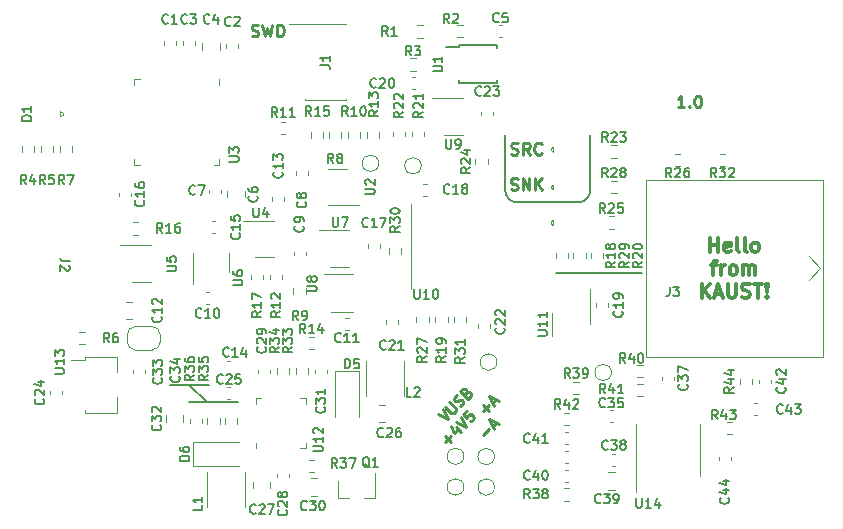
<source format=gbr>
%TF.GenerationSoftware,KiCad,Pcbnew,(5.99.0-10483-ga6ad7a4a70)*%
%TF.CreationDate,2021-05-23T17:26:51+03:00*%
%TF.ProjectId,uSMU_v10,75534d55-5f76-4313-902e-6b696361645f,rev?*%
%TF.SameCoordinates,Original*%
%TF.FileFunction,Legend,Top*%
%TF.FilePolarity,Positive*%
%FSLAX46Y46*%
G04 Gerber Fmt 4.6, Leading zero omitted, Abs format (unit mm)*
G04 Created by KiCad (PCBNEW (5.99.0-10483-ga6ad7a4a70)) date 2021-05-23 17:26:51*
%MOMM*%
%LPD*%
G01*
G04 APERTURE LIST*
%ADD10C,0.150000*%
%ADD11C,0.225000*%
%ADD12C,0.250000*%
%ADD13C,0.300000*%
%ADD14C,0.120000*%
G04 APERTURE END LIST*
D10*
X121400000Y-115800000D02*
X124700000Y-115800000D01*
X124600000Y-117200000D02*
X123000000Y-115800000D01*
X127200000Y-117200000D02*
X123000000Y-117200000D01*
X157000000Y-94600000D02*
X157000000Y-99292893D01*
X150807107Y-100292893D02*
G75*
G02*
X149807107Y-99292893I0J1000000D01*
G01*
X154100000Y-106300000D02*
X161400000Y-106300000D01*
X156000000Y-100292893D02*
X150807107Y-100292893D01*
X157000000Y-99292893D02*
G75*
G02*
X156000000Y-100292893I-1000000J0D01*
G01*
X149807107Y-94600000D02*
X149807107Y-99292893D01*
D11*
X144084771Y-118218223D02*
X144933299Y-118642487D01*
X144509035Y-117793959D01*
X144721167Y-117581827D02*
X145236345Y-118097005D01*
X145327258Y-118127309D01*
X145387867Y-118127309D01*
X145478781Y-118097005D01*
X145600000Y-117975786D01*
X145630304Y-117884873D01*
X145630304Y-117824264D01*
X145600000Y-117733350D01*
X145084822Y-117218172D01*
X145963654Y-117551522D02*
X146084873Y-117490913D01*
X146236396Y-117339390D01*
X146266700Y-117248477D01*
X146266700Y-117187867D01*
X146236396Y-117096954D01*
X146175786Y-117036345D01*
X146084873Y-117006040D01*
X146024264Y-117006040D01*
X145933350Y-117036345D01*
X145781827Y-117127258D01*
X145690913Y-117157563D01*
X145630304Y-117157563D01*
X145539390Y-117127258D01*
X145478781Y-117066649D01*
X145448477Y-116975735D01*
X145448477Y-116915126D01*
X145478781Y-116824213D01*
X145630304Y-116672690D01*
X145751522Y-116612081D01*
X146509137Y-116399948D02*
X146630355Y-116339339D01*
X146690964Y-116339339D01*
X146781878Y-116369644D01*
X146872792Y-116460558D01*
X146903096Y-116551471D01*
X146903096Y-116612081D01*
X146872792Y-116702994D01*
X146630355Y-116945431D01*
X145993959Y-116309035D01*
X146206091Y-116096903D01*
X146297005Y-116066598D01*
X146357614Y-116066598D01*
X146448528Y-116096903D01*
X146509137Y-116157512D01*
X146539441Y-116248426D01*
X146539441Y-116309035D01*
X146509137Y-116399948D01*
X146297005Y-116612081D01*
X144724187Y-120566726D02*
X145209060Y-120081852D01*
X145209060Y-120566726D02*
X144724187Y-120081852D01*
X145603020Y-119324238D02*
X146027284Y-119748502D01*
X145209060Y-119233324D02*
X145512106Y-119839416D01*
X145906066Y-119445456D01*
X145633324Y-118869669D02*
X146481852Y-119293933D01*
X146057588Y-118445405D01*
X146572766Y-117930228D02*
X146269720Y-118233273D01*
X146542462Y-118566624D01*
X146542462Y-118506014D01*
X146572766Y-118415101D01*
X146724289Y-118263578D01*
X146815203Y-118233273D01*
X146875812Y-118233273D01*
X146966726Y-118263578D01*
X147118249Y-118415101D01*
X147148553Y-118506014D01*
X147148553Y-118566624D01*
X147118249Y-118657537D01*
X146966726Y-118809060D01*
X146875812Y-118839365D01*
X146815203Y-118839365D01*
D12*
X164971428Y-92252380D02*
X164400000Y-92252380D01*
X164685714Y-92252380D02*
X164685714Y-91252380D01*
X164590476Y-91395238D01*
X164495238Y-91490476D01*
X164400000Y-91538095D01*
X165400000Y-92157142D02*
X165447619Y-92204761D01*
X165400000Y-92252380D01*
X165352380Y-92204761D01*
X165400000Y-92157142D01*
X165400000Y-92252380D01*
X166066666Y-91252380D02*
X166161904Y-91252380D01*
X166257142Y-91300000D01*
X166304761Y-91347619D01*
X166352380Y-91442857D01*
X166400000Y-91633333D01*
X166400000Y-91871428D01*
X166352380Y-92061904D01*
X166304761Y-92157142D01*
X166257142Y-92204761D01*
X166161904Y-92252380D01*
X166066666Y-92252380D01*
X165971428Y-92204761D01*
X165923809Y-92157142D01*
X165876190Y-92061904D01*
X165828571Y-91871428D01*
X165828571Y-91633333D01*
X165876190Y-91442857D01*
X165923809Y-91347619D01*
X165971428Y-91300000D01*
X166066666Y-91252380D01*
X150314285Y-96204761D02*
X150457142Y-96252380D01*
X150695238Y-96252380D01*
X150790476Y-96204761D01*
X150838095Y-96157142D01*
X150885714Y-96061904D01*
X150885714Y-95966666D01*
X150838095Y-95871428D01*
X150790476Y-95823809D01*
X150695238Y-95776190D01*
X150504761Y-95728571D01*
X150409523Y-95680952D01*
X150361904Y-95633333D01*
X150314285Y-95538095D01*
X150314285Y-95442857D01*
X150361904Y-95347619D01*
X150409523Y-95300000D01*
X150504761Y-95252380D01*
X150742857Y-95252380D01*
X150885714Y-95300000D01*
X151885714Y-96252380D02*
X151552380Y-95776190D01*
X151314285Y-96252380D02*
X151314285Y-95252380D01*
X151695238Y-95252380D01*
X151790476Y-95300000D01*
X151838095Y-95347619D01*
X151885714Y-95442857D01*
X151885714Y-95585714D01*
X151838095Y-95680952D01*
X151790476Y-95728571D01*
X151695238Y-95776190D01*
X151314285Y-95776190D01*
X152885714Y-96157142D02*
X152838095Y-96204761D01*
X152695238Y-96252380D01*
X152600000Y-96252380D01*
X152457142Y-96204761D01*
X152361904Y-96109523D01*
X152314285Y-96014285D01*
X152266666Y-95823809D01*
X152266666Y-95680952D01*
X152314285Y-95490476D01*
X152361904Y-95395238D01*
X152457142Y-95300000D01*
X152600000Y-95252380D01*
X152695238Y-95252380D01*
X152838095Y-95300000D01*
X152885714Y-95347619D01*
D11*
X147930279Y-117960634D02*
X148415152Y-117475761D01*
X148415152Y-117960634D02*
X147930279Y-117475761D01*
X148748502Y-117263629D02*
X149051548Y-116960583D01*
X148869720Y-117506066D02*
X148445456Y-116657537D01*
X149293985Y-117081801D01*
D12*
X128342857Y-86204761D02*
X128485714Y-86252380D01*
X128723809Y-86252380D01*
X128819047Y-86204761D01*
X128866666Y-86157142D01*
X128914285Y-86061904D01*
X128914285Y-85966666D01*
X128866666Y-85871428D01*
X128819047Y-85823809D01*
X128723809Y-85776190D01*
X128533333Y-85728571D01*
X128438095Y-85680952D01*
X128390476Y-85633333D01*
X128342857Y-85538095D01*
X128342857Y-85442857D01*
X128390476Y-85347619D01*
X128438095Y-85300000D01*
X128533333Y-85252380D01*
X128771428Y-85252380D01*
X128914285Y-85300000D01*
X129247619Y-85252380D02*
X129485714Y-86252380D01*
X129676190Y-85538095D01*
X129866666Y-86252380D01*
X130104761Y-85252380D01*
X130485714Y-86252380D02*
X130485714Y-85252380D01*
X130723809Y-85252380D01*
X130866666Y-85300000D01*
X130961904Y-85395238D01*
X131009523Y-85490476D01*
X131057142Y-85680952D01*
X131057142Y-85823809D01*
X131009523Y-86014285D01*
X130961904Y-86109523D01*
X130866666Y-86204761D01*
X130723809Y-86252380D01*
X130485714Y-86252380D01*
X150290476Y-99204761D02*
X150433333Y-99252380D01*
X150671428Y-99252380D01*
X150766666Y-99204761D01*
X150814285Y-99157142D01*
X150861904Y-99061904D01*
X150861904Y-98966666D01*
X150814285Y-98871428D01*
X150766666Y-98823809D01*
X150671428Y-98776190D01*
X150480952Y-98728571D01*
X150385714Y-98680952D01*
X150338095Y-98633333D01*
X150290476Y-98538095D01*
X150290476Y-98442857D01*
X150338095Y-98347619D01*
X150385714Y-98300000D01*
X150480952Y-98252380D01*
X150719047Y-98252380D01*
X150861904Y-98300000D01*
X151290476Y-99252380D02*
X151290476Y-98252380D01*
X151861904Y-99252380D01*
X151861904Y-98252380D01*
X152338095Y-99252380D02*
X152338095Y-98252380D01*
X152909523Y-99252380D02*
X152480952Y-98680952D01*
X152909523Y-98252380D02*
X152338095Y-98823809D01*
D13*
X167171428Y-104510857D02*
X167171428Y-103310857D01*
X167171428Y-103882285D02*
X167857142Y-103882285D01*
X167857142Y-104510857D02*
X167857142Y-103310857D01*
X168885714Y-104453714D02*
X168771428Y-104510857D01*
X168542857Y-104510857D01*
X168428571Y-104453714D01*
X168371428Y-104339428D01*
X168371428Y-103882285D01*
X168428571Y-103768000D01*
X168542857Y-103710857D01*
X168771428Y-103710857D01*
X168885714Y-103768000D01*
X168942857Y-103882285D01*
X168942857Y-103996571D01*
X168371428Y-104110857D01*
X169628571Y-104510857D02*
X169514285Y-104453714D01*
X169457142Y-104339428D01*
X169457142Y-103310857D01*
X170257142Y-104510857D02*
X170142857Y-104453714D01*
X170085714Y-104339428D01*
X170085714Y-103310857D01*
X170885714Y-104510857D02*
X170771428Y-104453714D01*
X170714285Y-104396571D01*
X170657142Y-104282285D01*
X170657142Y-103939428D01*
X170714285Y-103825142D01*
X170771428Y-103768000D01*
X170885714Y-103710857D01*
X171057142Y-103710857D01*
X171171428Y-103768000D01*
X171228571Y-103825142D01*
X171285714Y-103939428D01*
X171285714Y-104282285D01*
X171228571Y-104396571D01*
X171171428Y-104453714D01*
X171057142Y-104510857D01*
X170885714Y-104510857D01*
X167257142Y-105642857D02*
X167714285Y-105642857D01*
X167428571Y-106442857D02*
X167428571Y-105414285D01*
X167485714Y-105300000D01*
X167600000Y-105242857D01*
X167714285Y-105242857D01*
X168114285Y-106442857D02*
X168114285Y-105642857D01*
X168114285Y-105871428D02*
X168171428Y-105757142D01*
X168228571Y-105700000D01*
X168342857Y-105642857D01*
X168457142Y-105642857D01*
X169028571Y-106442857D02*
X168914285Y-106385714D01*
X168857142Y-106328571D01*
X168800000Y-106214285D01*
X168800000Y-105871428D01*
X168857142Y-105757142D01*
X168914285Y-105700000D01*
X169028571Y-105642857D01*
X169200000Y-105642857D01*
X169314285Y-105700000D01*
X169371428Y-105757142D01*
X169428571Y-105871428D01*
X169428571Y-106214285D01*
X169371428Y-106328571D01*
X169314285Y-106385714D01*
X169200000Y-106442857D01*
X169028571Y-106442857D01*
X169942857Y-106442857D02*
X169942857Y-105642857D01*
X169942857Y-105757142D02*
X170000000Y-105700000D01*
X170114285Y-105642857D01*
X170285714Y-105642857D01*
X170400000Y-105700000D01*
X170457142Y-105814285D01*
X170457142Y-106442857D01*
X170457142Y-105814285D02*
X170514285Y-105700000D01*
X170628571Y-105642857D01*
X170800000Y-105642857D01*
X170914285Y-105700000D01*
X170971428Y-105814285D01*
X170971428Y-106442857D01*
X166428571Y-108374857D02*
X166428571Y-107174857D01*
X167114285Y-108374857D02*
X166600000Y-107689142D01*
X167114285Y-107174857D02*
X166428571Y-107860571D01*
X167571428Y-108032000D02*
X168142857Y-108032000D01*
X167457142Y-108374857D02*
X167857142Y-107174857D01*
X168257142Y-108374857D01*
X168657142Y-107174857D02*
X168657142Y-108146285D01*
X168714285Y-108260571D01*
X168771428Y-108317714D01*
X168885714Y-108374857D01*
X169114285Y-108374857D01*
X169228571Y-108317714D01*
X169285714Y-108260571D01*
X169342857Y-108146285D01*
X169342857Y-107174857D01*
X169857142Y-108317714D02*
X170028571Y-108374857D01*
X170314285Y-108374857D01*
X170428571Y-108317714D01*
X170485714Y-108260571D01*
X170542857Y-108146285D01*
X170542857Y-108032000D01*
X170485714Y-107917714D01*
X170428571Y-107860571D01*
X170314285Y-107803428D01*
X170085714Y-107746285D01*
X169971428Y-107689142D01*
X169914285Y-107632000D01*
X169857142Y-107517714D01*
X169857142Y-107403428D01*
X169914285Y-107289142D01*
X169971428Y-107232000D01*
X170085714Y-107174857D01*
X170371428Y-107174857D01*
X170542857Y-107232000D01*
X170885714Y-107174857D02*
X171571428Y-107174857D01*
X171228571Y-108374857D02*
X171228571Y-107174857D01*
X171971428Y-108260571D02*
X172028571Y-108317714D01*
X171971428Y-108374857D01*
X171914285Y-108317714D01*
X171971428Y-108260571D01*
X171971428Y-108374857D01*
X171971428Y-107917714D02*
X171914285Y-107232000D01*
X171971428Y-107174857D01*
X172028571Y-107232000D01*
X171971428Y-107917714D01*
X171971428Y-107174857D01*
D11*
X147930279Y-119960634D02*
X148415152Y-119475761D01*
X148748502Y-119263629D02*
X149051548Y-118960583D01*
X148869720Y-119506066D02*
X148445456Y-118657537D01*
X149293985Y-119081801D01*
D10*
%TO.C,C14*%
X126385714Y-113285714D02*
X126347619Y-113323809D01*
X126233333Y-113361904D01*
X126157142Y-113361904D01*
X126042857Y-113323809D01*
X125966666Y-113247619D01*
X125928571Y-113171428D01*
X125890476Y-113019047D01*
X125890476Y-112904761D01*
X125928571Y-112752380D01*
X125966666Y-112676190D01*
X126042857Y-112600000D01*
X126157142Y-112561904D01*
X126233333Y-112561904D01*
X126347619Y-112600000D01*
X126385714Y-112638095D01*
X127147619Y-113361904D02*
X126690476Y-113361904D01*
X126919047Y-113361904D02*
X126919047Y-112561904D01*
X126842857Y-112676190D01*
X126766666Y-112752380D01*
X126690476Y-112790476D01*
X127833333Y-112828571D02*
X127833333Y-113361904D01*
X127642857Y-112523809D02*
X127452380Y-113095238D01*
X127947619Y-113095238D01*
%TO.C,R2*%
X145066666Y-85111904D02*
X144800000Y-84730952D01*
X144609523Y-85111904D02*
X144609523Y-84311904D01*
X144914285Y-84311904D01*
X144990476Y-84350000D01*
X145028571Y-84388095D01*
X145066666Y-84464285D01*
X145066666Y-84578571D01*
X145028571Y-84654761D01*
X144990476Y-84692857D01*
X144914285Y-84730952D01*
X144609523Y-84730952D01*
X145371428Y-84388095D02*
X145409523Y-84350000D01*
X145485714Y-84311904D01*
X145676190Y-84311904D01*
X145752380Y-84350000D01*
X145790476Y-84388095D01*
X145828571Y-84464285D01*
X145828571Y-84540476D01*
X145790476Y-84654761D01*
X145333333Y-85111904D01*
X145828571Y-85111904D01*
%TO.C,C18*%
X145085714Y-99485714D02*
X145047619Y-99523809D01*
X144933333Y-99561904D01*
X144857142Y-99561904D01*
X144742857Y-99523809D01*
X144666666Y-99447619D01*
X144628571Y-99371428D01*
X144590476Y-99219047D01*
X144590476Y-99104761D01*
X144628571Y-98952380D01*
X144666666Y-98876190D01*
X144742857Y-98800000D01*
X144857142Y-98761904D01*
X144933333Y-98761904D01*
X145047619Y-98800000D01*
X145085714Y-98838095D01*
X145847619Y-99561904D02*
X145390476Y-99561904D01*
X145619047Y-99561904D02*
X145619047Y-98761904D01*
X145542857Y-98876190D01*
X145466666Y-98952380D01*
X145390476Y-98990476D01*
X146304761Y-99104761D02*
X146228571Y-99066666D01*
X146190476Y-99028571D01*
X146152380Y-98952380D01*
X146152380Y-98914285D01*
X146190476Y-98838095D01*
X146228571Y-98800000D01*
X146304761Y-98761904D01*
X146457142Y-98761904D01*
X146533333Y-98800000D01*
X146571428Y-98838095D01*
X146609523Y-98914285D01*
X146609523Y-98952380D01*
X146571428Y-99028571D01*
X146533333Y-99066666D01*
X146457142Y-99104761D01*
X146304761Y-99104761D01*
X146228571Y-99142857D01*
X146190476Y-99180952D01*
X146152380Y-99257142D01*
X146152380Y-99409523D01*
X146190476Y-99485714D01*
X146228571Y-99523809D01*
X146304761Y-99561904D01*
X146457142Y-99561904D01*
X146533333Y-99523809D01*
X146571428Y-99485714D01*
X146609523Y-99409523D01*
X146609523Y-99257142D01*
X146571428Y-99180952D01*
X146533333Y-99142857D01*
X146457142Y-99104761D01*
%TO.C,R8*%
X135266666Y-96961904D02*
X135000000Y-96580952D01*
X134809523Y-96961904D02*
X134809523Y-96161904D01*
X135114285Y-96161904D01*
X135190476Y-96200000D01*
X135228571Y-96238095D01*
X135266666Y-96314285D01*
X135266666Y-96428571D01*
X135228571Y-96504761D01*
X135190476Y-96542857D01*
X135114285Y-96580952D01*
X134809523Y-96580952D01*
X135723809Y-96504761D02*
X135647619Y-96466666D01*
X135609523Y-96428571D01*
X135571428Y-96352380D01*
X135571428Y-96314285D01*
X135609523Y-96238095D01*
X135647619Y-96200000D01*
X135723809Y-96161904D01*
X135876190Y-96161904D01*
X135952380Y-96200000D01*
X135990476Y-96238095D01*
X136028571Y-96314285D01*
X136028571Y-96352380D01*
X135990476Y-96428571D01*
X135952380Y-96466666D01*
X135876190Y-96504761D01*
X135723809Y-96504761D01*
X135647619Y-96542857D01*
X135609523Y-96580952D01*
X135571428Y-96657142D01*
X135571428Y-96809523D01*
X135609523Y-96885714D01*
X135647619Y-96923809D01*
X135723809Y-96961904D01*
X135876190Y-96961904D01*
X135952380Y-96923809D01*
X135990476Y-96885714D01*
X136028571Y-96809523D01*
X136028571Y-96657142D01*
X135990476Y-96580952D01*
X135952380Y-96542857D01*
X135876190Y-96504761D01*
%TO.C,C6*%
X128785714Y-99733333D02*
X128823809Y-99771428D01*
X128861904Y-99885714D01*
X128861904Y-99961904D01*
X128823809Y-100076190D01*
X128747619Y-100152380D01*
X128671428Y-100190476D01*
X128519047Y-100228571D01*
X128404761Y-100228571D01*
X128252380Y-100190476D01*
X128176190Y-100152380D01*
X128100000Y-100076190D01*
X128061904Y-99961904D01*
X128061904Y-99885714D01*
X128100000Y-99771428D01*
X128138095Y-99733333D01*
X128061904Y-99047619D02*
X128061904Y-99200000D01*
X128100000Y-99276190D01*
X128138095Y-99314285D01*
X128252380Y-99390476D01*
X128404761Y-99428571D01*
X128709523Y-99428571D01*
X128785714Y-99390476D01*
X128823809Y-99352380D01*
X128861904Y-99276190D01*
X128861904Y-99123809D01*
X128823809Y-99047619D01*
X128785714Y-99009523D01*
X128709523Y-98971428D01*
X128519047Y-98971428D01*
X128442857Y-99009523D01*
X128404761Y-99047619D01*
X128366666Y-99123809D01*
X128366666Y-99276190D01*
X128404761Y-99352380D01*
X128442857Y-99390476D01*
X128519047Y-99428571D01*
%TO.C,U2*%
X137961904Y-99609523D02*
X138609523Y-99609523D01*
X138685714Y-99571428D01*
X138723809Y-99533333D01*
X138761904Y-99457142D01*
X138761904Y-99304761D01*
X138723809Y-99228571D01*
X138685714Y-99190476D01*
X138609523Y-99152380D01*
X137961904Y-99152380D01*
X138038095Y-98809523D02*
X138000000Y-98771428D01*
X137961904Y-98695238D01*
X137961904Y-98504761D01*
X138000000Y-98428571D01*
X138038095Y-98390476D01*
X138114285Y-98352380D01*
X138190476Y-98352380D01*
X138304761Y-98390476D01*
X138761904Y-98847619D01*
X138761904Y-98352380D01*
%TO.C,U9*%
X144790476Y-94961904D02*
X144790476Y-95609523D01*
X144828571Y-95685714D01*
X144866666Y-95723809D01*
X144942857Y-95761904D01*
X145095238Y-95761904D01*
X145171428Y-95723809D01*
X145209523Y-95685714D01*
X145247619Y-95609523D01*
X145247619Y-94961904D01*
X145666666Y-95761904D02*
X145819047Y-95761904D01*
X145895238Y-95723809D01*
X145933333Y-95685714D01*
X146009523Y-95571428D01*
X146047619Y-95419047D01*
X146047619Y-95114285D01*
X146009523Y-95038095D01*
X145971428Y-95000000D01*
X145895238Y-94961904D01*
X145742857Y-94961904D01*
X145666666Y-95000000D01*
X145628571Y-95038095D01*
X145590476Y-95114285D01*
X145590476Y-95304761D01*
X145628571Y-95380952D01*
X145666666Y-95419047D01*
X145742857Y-95457142D01*
X145895238Y-95457142D01*
X145971428Y-95419047D01*
X146009523Y-95380952D01*
X146047619Y-95304761D01*
%TO.C,C33*%
X120685714Y-115139285D02*
X120723809Y-115177380D01*
X120761904Y-115291666D01*
X120761904Y-115367857D01*
X120723809Y-115482142D01*
X120647619Y-115558333D01*
X120571428Y-115596428D01*
X120419047Y-115634523D01*
X120304761Y-115634523D01*
X120152380Y-115596428D01*
X120076190Y-115558333D01*
X120000000Y-115482142D01*
X119961904Y-115367857D01*
X119961904Y-115291666D01*
X120000000Y-115177380D01*
X120038095Y-115139285D01*
X119961904Y-114872619D02*
X119961904Y-114377380D01*
X120266666Y-114644047D01*
X120266666Y-114529761D01*
X120304761Y-114453571D01*
X120342857Y-114415476D01*
X120419047Y-114377380D01*
X120609523Y-114377380D01*
X120685714Y-114415476D01*
X120723809Y-114453571D01*
X120761904Y-114529761D01*
X120761904Y-114758333D01*
X120723809Y-114834523D01*
X120685714Y-114872619D01*
X119961904Y-114110714D02*
X119961904Y-113615476D01*
X120266666Y-113882142D01*
X120266666Y-113767857D01*
X120304761Y-113691666D01*
X120342857Y-113653571D01*
X120419047Y-113615476D01*
X120609523Y-113615476D01*
X120685714Y-113653571D01*
X120723809Y-113691666D01*
X120761904Y-113767857D01*
X120761904Y-113996428D01*
X120723809Y-114072619D01*
X120685714Y-114110714D01*
%TO.C,R42*%
X154485714Y-117761904D02*
X154219047Y-117380952D01*
X154028571Y-117761904D02*
X154028571Y-116961904D01*
X154333333Y-116961904D01*
X154409523Y-117000000D01*
X154447619Y-117038095D01*
X154485714Y-117114285D01*
X154485714Y-117228571D01*
X154447619Y-117304761D01*
X154409523Y-117342857D01*
X154333333Y-117380952D01*
X154028571Y-117380952D01*
X155171428Y-117228571D02*
X155171428Y-117761904D01*
X154980952Y-116923809D02*
X154790476Y-117495238D01*
X155285714Y-117495238D01*
X155552380Y-117038095D02*
X155590476Y-117000000D01*
X155666666Y-116961904D01*
X155857142Y-116961904D01*
X155933333Y-117000000D01*
X155971428Y-117038095D01*
X156009523Y-117114285D01*
X156009523Y-117190476D01*
X155971428Y-117304761D01*
X155514285Y-117761904D01*
X156009523Y-117761904D01*
%TO.C,C32*%
X120585714Y-119114285D02*
X120623809Y-119152380D01*
X120661904Y-119266666D01*
X120661904Y-119342857D01*
X120623809Y-119457142D01*
X120547619Y-119533333D01*
X120471428Y-119571428D01*
X120319047Y-119609523D01*
X120204761Y-119609523D01*
X120052380Y-119571428D01*
X119976190Y-119533333D01*
X119900000Y-119457142D01*
X119861904Y-119342857D01*
X119861904Y-119266666D01*
X119900000Y-119152380D01*
X119938095Y-119114285D01*
X119861904Y-118847619D02*
X119861904Y-118352380D01*
X120166666Y-118619047D01*
X120166666Y-118504761D01*
X120204761Y-118428571D01*
X120242857Y-118390476D01*
X120319047Y-118352380D01*
X120509523Y-118352380D01*
X120585714Y-118390476D01*
X120623809Y-118428571D01*
X120661904Y-118504761D01*
X120661904Y-118733333D01*
X120623809Y-118809523D01*
X120585714Y-118847619D01*
X119938095Y-118047619D02*
X119900000Y-118009523D01*
X119861904Y-117933333D01*
X119861904Y-117742857D01*
X119900000Y-117666666D01*
X119938095Y-117628571D01*
X120014285Y-117590476D01*
X120090476Y-117590476D01*
X120204761Y-117628571D01*
X120661904Y-118085714D01*
X120661904Y-117590476D01*
%TO.C,U3*%
X126461904Y-96859523D02*
X127109523Y-96859523D01*
X127185714Y-96821428D01*
X127223809Y-96783333D01*
X127261904Y-96707142D01*
X127261904Y-96554761D01*
X127223809Y-96478571D01*
X127185714Y-96440476D01*
X127109523Y-96402380D01*
X126461904Y-96402380D01*
X126461904Y-96097619D02*
X126461904Y-95602380D01*
X126766666Y-95869047D01*
X126766666Y-95754761D01*
X126804761Y-95678571D01*
X126842857Y-95640476D01*
X126919047Y-95602380D01*
X127109523Y-95602380D01*
X127185714Y-95640476D01*
X127223809Y-95678571D01*
X127261904Y-95754761D01*
X127261904Y-95983333D01*
X127223809Y-96059523D01*
X127185714Y-96097619D01*
%TO.C,R37*%
X135585714Y-122761904D02*
X135319047Y-122380952D01*
X135128571Y-122761904D02*
X135128571Y-121961904D01*
X135433333Y-121961904D01*
X135509523Y-122000000D01*
X135547619Y-122038095D01*
X135585714Y-122114285D01*
X135585714Y-122228571D01*
X135547619Y-122304761D01*
X135509523Y-122342857D01*
X135433333Y-122380952D01*
X135128571Y-122380952D01*
X135852380Y-121961904D02*
X136347619Y-121961904D01*
X136080952Y-122266666D01*
X136195238Y-122266666D01*
X136271428Y-122304761D01*
X136309523Y-122342857D01*
X136347619Y-122419047D01*
X136347619Y-122609523D01*
X136309523Y-122685714D01*
X136271428Y-122723809D01*
X136195238Y-122761904D01*
X135966666Y-122761904D01*
X135890476Y-122723809D01*
X135852380Y-122685714D01*
X136614285Y-121961904D02*
X137147619Y-121961904D01*
X136804761Y-122761904D01*
%TO.C,R18*%
X159111904Y-105314285D02*
X158730952Y-105580952D01*
X159111904Y-105771428D02*
X158311904Y-105771428D01*
X158311904Y-105466666D01*
X158350000Y-105390476D01*
X158388095Y-105352380D01*
X158464285Y-105314285D01*
X158578571Y-105314285D01*
X158654761Y-105352380D01*
X158692857Y-105390476D01*
X158730952Y-105466666D01*
X158730952Y-105771428D01*
X159111904Y-104552380D02*
X159111904Y-105009523D01*
X159111904Y-104780952D02*
X158311904Y-104780952D01*
X158426190Y-104857142D01*
X158502380Y-104933333D01*
X158540476Y-105009523D01*
X158654761Y-104095238D02*
X158616666Y-104171428D01*
X158578571Y-104209523D01*
X158502380Y-104247619D01*
X158464285Y-104247619D01*
X158388095Y-104209523D01*
X158350000Y-104171428D01*
X158311904Y-104095238D01*
X158311904Y-103942857D01*
X158350000Y-103866666D01*
X158388095Y-103828571D01*
X158464285Y-103790476D01*
X158502380Y-103790476D01*
X158578571Y-103828571D01*
X158616666Y-103866666D01*
X158654761Y-103942857D01*
X158654761Y-104095238D01*
X158692857Y-104171428D01*
X158730952Y-104209523D01*
X158807142Y-104247619D01*
X158959523Y-104247619D01*
X159035714Y-104209523D01*
X159073809Y-104171428D01*
X159111904Y-104095238D01*
X159111904Y-103942857D01*
X159073809Y-103866666D01*
X159035714Y-103828571D01*
X158959523Y-103790476D01*
X158807142Y-103790476D01*
X158730952Y-103828571D01*
X158692857Y-103866666D01*
X158654761Y-103942857D01*
%TO.C,R40*%
X159985714Y-113861904D02*
X159719047Y-113480952D01*
X159528571Y-113861904D02*
X159528571Y-113061904D01*
X159833333Y-113061904D01*
X159909523Y-113100000D01*
X159947619Y-113138095D01*
X159985714Y-113214285D01*
X159985714Y-113328571D01*
X159947619Y-113404761D01*
X159909523Y-113442857D01*
X159833333Y-113480952D01*
X159528571Y-113480952D01*
X160671428Y-113328571D02*
X160671428Y-113861904D01*
X160480952Y-113023809D02*
X160290476Y-113595238D01*
X160785714Y-113595238D01*
X161242857Y-113061904D02*
X161319047Y-113061904D01*
X161395238Y-113100000D01*
X161433333Y-113138095D01*
X161471428Y-113214285D01*
X161509523Y-113366666D01*
X161509523Y-113557142D01*
X161471428Y-113709523D01*
X161433333Y-113785714D01*
X161395238Y-113823809D01*
X161319047Y-113861904D01*
X161242857Y-113861904D01*
X161166666Y-113823809D01*
X161128571Y-113785714D01*
X161090476Y-113709523D01*
X161052380Y-113557142D01*
X161052380Y-113366666D01*
X161090476Y-113214285D01*
X161128571Y-113138095D01*
X161166666Y-113100000D01*
X161242857Y-113061904D01*
%TO.C,C19*%
X159685714Y-109514285D02*
X159723809Y-109552380D01*
X159761904Y-109666666D01*
X159761904Y-109742857D01*
X159723809Y-109857142D01*
X159647619Y-109933333D01*
X159571428Y-109971428D01*
X159419047Y-110009523D01*
X159304761Y-110009523D01*
X159152380Y-109971428D01*
X159076190Y-109933333D01*
X159000000Y-109857142D01*
X158961904Y-109742857D01*
X158961904Y-109666666D01*
X159000000Y-109552380D01*
X159038095Y-109514285D01*
X159761904Y-108752380D02*
X159761904Y-109209523D01*
X159761904Y-108980952D02*
X158961904Y-108980952D01*
X159076190Y-109057142D01*
X159152380Y-109133333D01*
X159190476Y-109209523D01*
X159761904Y-108371428D02*
X159761904Y-108219047D01*
X159723809Y-108142857D01*
X159685714Y-108104761D01*
X159571428Y-108028571D01*
X159419047Y-107990476D01*
X159114285Y-107990476D01*
X159038095Y-108028571D01*
X159000000Y-108066666D01*
X158961904Y-108142857D01*
X158961904Y-108295238D01*
X159000000Y-108371428D01*
X159038095Y-108409523D01*
X159114285Y-108447619D01*
X159304761Y-108447619D01*
X159380952Y-108409523D01*
X159419047Y-108371428D01*
X159457142Y-108295238D01*
X159457142Y-108142857D01*
X159419047Y-108066666D01*
X159380952Y-108028571D01*
X159304761Y-107990476D01*
%TO.C,R19*%
X144761904Y-113314285D02*
X144380952Y-113580952D01*
X144761904Y-113771428D02*
X143961904Y-113771428D01*
X143961904Y-113466666D01*
X144000000Y-113390476D01*
X144038095Y-113352380D01*
X144114285Y-113314285D01*
X144228571Y-113314285D01*
X144304761Y-113352380D01*
X144342857Y-113390476D01*
X144380952Y-113466666D01*
X144380952Y-113771428D01*
X144761904Y-112552380D02*
X144761904Y-113009523D01*
X144761904Y-112780952D02*
X143961904Y-112780952D01*
X144076190Y-112857142D01*
X144152380Y-112933333D01*
X144190476Y-113009523D01*
X144761904Y-112171428D02*
X144761904Y-112019047D01*
X144723809Y-111942857D01*
X144685714Y-111904761D01*
X144571428Y-111828571D01*
X144419047Y-111790476D01*
X144114285Y-111790476D01*
X144038095Y-111828571D01*
X144000000Y-111866666D01*
X143961904Y-111942857D01*
X143961904Y-112095238D01*
X144000000Y-112171428D01*
X144038095Y-112209523D01*
X144114285Y-112247619D01*
X144304761Y-112247619D01*
X144380952Y-112209523D01*
X144419047Y-112171428D01*
X144457142Y-112095238D01*
X144457142Y-111942857D01*
X144419047Y-111866666D01*
X144380952Y-111828571D01*
X144304761Y-111790476D01*
%TO.C,R5*%
X110866666Y-98761904D02*
X110600000Y-98380952D01*
X110409523Y-98761904D02*
X110409523Y-97961904D01*
X110714285Y-97961904D01*
X110790476Y-98000000D01*
X110828571Y-98038095D01*
X110866666Y-98114285D01*
X110866666Y-98228571D01*
X110828571Y-98304761D01*
X110790476Y-98342857D01*
X110714285Y-98380952D01*
X110409523Y-98380952D01*
X111590476Y-97961904D02*
X111209523Y-97961904D01*
X111171428Y-98342857D01*
X111209523Y-98304761D01*
X111285714Y-98266666D01*
X111476190Y-98266666D01*
X111552380Y-98304761D01*
X111590476Y-98342857D01*
X111628571Y-98419047D01*
X111628571Y-98609523D01*
X111590476Y-98685714D01*
X111552380Y-98723809D01*
X111476190Y-98761904D01*
X111285714Y-98761904D01*
X111209523Y-98723809D01*
X111171428Y-98685714D01*
%TO.C,R7*%
X112466666Y-98761904D02*
X112200000Y-98380952D01*
X112009523Y-98761904D02*
X112009523Y-97961904D01*
X112314285Y-97961904D01*
X112390476Y-98000000D01*
X112428571Y-98038095D01*
X112466666Y-98114285D01*
X112466666Y-98228571D01*
X112428571Y-98304761D01*
X112390476Y-98342857D01*
X112314285Y-98380952D01*
X112009523Y-98380952D01*
X112733333Y-97961904D02*
X113266666Y-97961904D01*
X112923809Y-98761904D01*
%TO.C,U8*%
X133061904Y-107809523D02*
X133709523Y-107809523D01*
X133785714Y-107771428D01*
X133823809Y-107733333D01*
X133861904Y-107657142D01*
X133861904Y-107504761D01*
X133823809Y-107428571D01*
X133785714Y-107390476D01*
X133709523Y-107352380D01*
X133061904Y-107352380D01*
X133404761Y-106857142D02*
X133366666Y-106933333D01*
X133328571Y-106971428D01*
X133252380Y-107009523D01*
X133214285Y-107009523D01*
X133138095Y-106971428D01*
X133100000Y-106933333D01*
X133061904Y-106857142D01*
X133061904Y-106704761D01*
X133100000Y-106628571D01*
X133138095Y-106590476D01*
X133214285Y-106552380D01*
X133252380Y-106552380D01*
X133328571Y-106590476D01*
X133366666Y-106628571D01*
X133404761Y-106704761D01*
X133404761Y-106857142D01*
X133442857Y-106933333D01*
X133480952Y-106971428D01*
X133557142Y-107009523D01*
X133709523Y-107009523D01*
X133785714Y-106971428D01*
X133823809Y-106933333D01*
X133861904Y-106857142D01*
X133861904Y-106704761D01*
X133823809Y-106628571D01*
X133785714Y-106590476D01*
X133709523Y-106552380D01*
X133557142Y-106552380D01*
X133480952Y-106590476D01*
X133442857Y-106628571D01*
X133404761Y-106704761D01*
%TO.C,U7*%
X135190476Y-101561904D02*
X135190476Y-102209523D01*
X135228571Y-102285714D01*
X135266666Y-102323809D01*
X135342857Y-102361904D01*
X135495238Y-102361904D01*
X135571428Y-102323809D01*
X135609523Y-102285714D01*
X135647619Y-102209523D01*
X135647619Y-101561904D01*
X135952380Y-101561904D02*
X136485714Y-101561904D01*
X136142857Y-102361904D01*
%TO.C,R20*%
X161411904Y-105314285D02*
X161030952Y-105580952D01*
X161411904Y-105771428D02*
X160611904Y-105771428D01*
X160611904Y-105466666D01*
X160650000Y-105390476D01*
X160688095Y-105352380D01*
X160764285Y-105314285D01*
X160878571Y-105314285D01*
X160954761Y-105352380D01*
X160992857Y-105390476D01*
X161030952Y-105466666D01*
X161030952Y-105771428D01*
X160688095Y-105009523D02*
X160650000Y-104971428D01*
X160611904Y-104895238D01*
X160611904Y-104704761D01*
X160650000Y-104628571D01*
X160688095Y-104590476D01*
X160764285Y-104552380D01*
X160840476Y-104552380D01*
X160954761Y-104590476D01*
X161411904Y-105047619D01*
X161411904Y-104552380D01*
X160611904Y-104057142D02*
X160611904Y-103980952D01*
X160650000Y-103904761D01*
X160688095Y-103866666D01*
X160764285Y-103828571D01*
X160916666Y-103790476D01*
X161107142Y-103790476D01*
X161259523Y-103828571D01*
X161335714Y-103866666D01*
X161373809Y-103904761D01*
X161411904Y-103980952D01*
X161411904Y-104057142D01*
X161373809Y-104133333D01*
X161335714Y-104171428D01*
X161259523Y-104209523D01*
X161107142Y-104247619D01*
X160916666Y-104247619D01*
X160764285Y-104209523D01*
X160688095Y-104171428D01*
X160650000Y-104133333D01*
X160611904Y-104057142D01*
%TO.C,U5*%
X121161904Y-106109523D02*
X121809523Y-106109523D01*
X121885714Y-106071428D01*
X121923809Y-106033333D01*
X121961904Y-105957142D01*
X121961904Y-105804761D01*
X121923809Y-105728571D01*
X121885714Y-105690476D01*
X121809523Y-105652380D01*
X121161904Y-105652380D01*
X121161904Y-104890476D02*
X121161904Y-105271428D01*
X121542857Y-105309523D01*
X121504761Y-105271428D01*
X121466666Y-105195238D01*
X121466666Y-105004761D01*
X121504761Y-104928571D01*
X121542857Y-104890476D01*
X121619047Y-104852380D01*
X121809523Y-104852380D01*
X121885714Y-104890476D01*
X121923809Y-104928571D01*
X121961904Y-105004761D01*
X121961904Y-105195238D01*
X121923809Y-105271428D01*
X121885714Y-105309523D01*
%TO.C,U10*%
X142109523Y-107661904D02*
X142109523Y-108309523D01*
X142147619Y-108385714D01*
X142185714Y-108423809D01*
X142261904Y-108461904D01*
X142414285Y-108461904D01*
X142490476Y-108423809D01*
X142528571Y-108385714D01*
X142566666Y-108309523D01*
X142566666Y-107661904D01*
X143366666Y-108461904D02*
X142909523Y-108461904D01*
X143138095Y-108461904D02*
X143138095Y-107661904D01*
X143061904Y-107776190D01*
X142985714Y-107852380D01*
X142909523Y-107890476D01*
X143861904Y-107661904D02*
X143938095Y-107661904D01*
X144014285Y-107700000D01*
X144052380Y-107738095D01*
X144090476Y-107814285D01*
X144128571Y-107966666D01*
X144128571Y-108157142D01*
X144090476Y-108309523D01*
X144052380Y-108385714D01*
X144014285Y-108423809D01*
X143938095Y-108461904D01*
X143861904Y-108461904D01*
X143785714Y-108423809D01*
X143747619Y-108385714D01*
X143709523Y-108309523D01*
X143671428Y-108157142D01*
X143671428Y-107966666D01*
X143709523Y-107814285D01*
X143747619Y-107738095D01*
X143785714Y-107700000D01*
X143861904Y-107661904D01*
%TO.C,C9*%
X132685714Y-102283333D02*
X132723809Y-102321428D01*
X132761904Y-102435714D01*
X132761904Y-102511904D01*
X132723809Y-102626190D01*
X132647619Y-102702380D01*
X132571428Y-102740476D01*
X132419047Y-102778571D01*
X132304761Y-102778571D01*
X132152380Y-102740476D01*
X132076190Y-102702380D01*
X132000000Y-102626190D01*
X131961904Y-102511904D01*
X131961904Y-102435714D01*
X132000000Y-102321428D01*
X132038095Y-102283333D01*
X132761904Y-101902380D02*
X132761904Y-101750000D01*
X132723809Y-101673809D01*
X132685714Y-101635714D01*
X132571428Y-101559523D01*
X132419047Y-101521428D01*
X132114285Y-101521428D01*
X132038095Y-101559523D01*
X132000000Y-101597619D01*
X131961904Y-101673809D01*
X131961904Y-101826190D01*
X132000000Y-101902380D01*
X132038095Y-101940476D01*
X132114285Y-101978571D01*
X132304761Y-101978571D01*
X132380952Y-101940476D01*
X132419047Y-101902380D01*
X132457142Y-101826190D01*
X132457142Y-101673809D01*
X132419047Y-101597619D01*
X132380952Y-101559523D01*
X132304761Y-101521428D01*
%TO.C,C11*%
X135885714Y-112085714D02*
X135847619Y-112123809D01*
X135733333Y-112161904D01*
X135657142Y-112161904D01*
X135542857Y-112123809D01*
X135466666Y-112047619D01*
X135428571Y-111971428D01*
X135390476Y-111819047D01*
X135390476Y-111704761D01*
X135428571Y-111552380D01*
X135466666Y-111476190D01*
X135542857Y-111400000D01*
X135657142Y-111361904D01*
X135733333Y-111361904D01*
X135847619Y-111400000D01*
X135885714Y-111438095D01*
X136647619Y-112161904D02*
X136190476Y-112161904D01*
X136419047Y-112161904D02*
X136419047Y-111361904D01*
X136342857Y-111476190D01*
X136266666Y-111552380D01*
X136190476Y-111590476D01*
X137409523Y-112161904D02*
X136952380Y-112161904D01*
X137180952Y-112161904D02*
X137180952Y-111361904D01*
X137104761Y-111476190D01*
X137028571Y-111552380D01*
X136952380Y-111590476D01*
%TO.C,C38*%
X158485714Y-121160714D02*
X158447619Y-121198809D01*
X158333333Y-121236904D01*
X158257142Y-121236904D01*
X158142857Y-121198809D01*
X158066666Y-121122619D01*
X158028571Y-121046428D01*
X157990476Y-120894047D01*
X157990476Y-120779761D01*
X158028571Y-120627380D01*
X158066666Y-120551190D01*
X158142857Y-120475000D01*
X158257142Y-120436904D01*
X158333333Y-120436904D01*
X158447619Y-120475000D01*
X158485714Y-120513095D01*
X158752380Y-120436904D02*
X159247619Y-120436904D01*
X158980952Y-120741666D01*
X159095238Y-120741666D01*
X159171428Y-120779761D01*
X159209523Y-120817857D01*
X159247619Y-120894047D01*
X159247619Y-121084523D01*
X159209523Y-121160714D01*
X159171428Y-121198809D01*
X159095238Y-121236904D01*
X158866666Y-121236904D01*
X158790476Y-121198809D01*
X158752380Y-121160714D01*
X159704761Y-120779761D02*
X159628571Y-120741666D01*
X159590476Y-120703571D01*
X159552380Y-120627380D01*
X159552380Y-120589285D01*
X159590476Y-120513095D01*
X159628571Y-120475000D01*
X159704761Y-120436904D01*
X159857142Y-120436904D01*
X159933333Y-120475000D01*
X159971428Y-120513095D01*
X160009523Y-120589285D01*
X160009523Y-120627380D01*
X159971428Y-120703571D01*
X159933333Y-120741666D01*
X159857142Y-120779761D01*
X159704761Y-120779761D01*
X159628571Y-120817857D01*
X159590476Y-120855952D01*
X159552380Y-120932142D01*
X159552380Y-121084523D01*
X159590476Y-121160714D01*
X159628571Y-121198809D01*
X159704761Y-121236904D01*
X159857142Y-121236904D01*
X159933333Y-121198809D01*
X159971428Y-121160714D01*
X160009523Y-121084523D01*
X160009523Y-120932142D01*
X159971428Y-120855952D01*
X159933333Y-120817857D01*
X159857142Y-120779761D01*
%TO.C,C42*%
X173485714Y-115964285D02*
X173523809Y-116002380D01*
X173561904Y-116116666D01*
X173561904Y-116192857D01*
X173523809Y-116307142D01*
X173447619Y-116383333D01*
X173371428Y-116421428D01*
X173219047Y-116459523D01*
X173104761Y-116459523D01*
X172952380Y-116421428D01*
X172876190Y-116383333D01*
X172800000Y-116307142D01*
X172761904Y-116192857D01*
X172761904Y-116116666D01*
X172800000Y-116002380D01*
X172838095Y-115964285D01*
X173028571Y-115278571D02*
X173561904Y-115278571D01*
X172723809Y-115469047D02*
X173295238Y-115659523D01*
X173295238Y-115164285D01*
X172838095Y-114897619D02*
X172800000Y-114859523D01*
X172761904Y-114783333D01*
X172761904Y-114592857D01*
X172800000Y-114516666D01*
X172838095Y-114478571D01*
X172914285Y-114440476D01*
X172990476Y-114440476D01*
X173104761Y-114478571D01*
X173561904Y-114935714D01*
X173561904Y-114440476D01*
%TO.C,C44*%
X168685714Y-125314285D02*
X168723809Y-125352380D01*
X168761904Y-125466666D01*
X168761904Y-125542857D01*
X168723809Y-125657142D01*
X168647619Y-125733333D01*
X168571428Y-125771428D01*
X168419047Y-125809523D01*
X168304761Y-125809523D01*
X168152380Y-125771428D01*
X168076190Y-125733333D01*
X168000000Y-125657142D01*
X167961904Y-125542857D01*
X167961904Y-125466666D01*
X168000000Y-125352380D01*
X168038095Y-125314285D01*
X168228571Y-124628571D02*
X168761904Y-124628571D01*
X167923809Y-124819047D02*
X168495238Y-125009523D01*
X168495238Y-124514285D01*
X168228571Y-123866666D02*
X168761904Y-123866666D01*
X167923809Y-124057142D02*
X168495238Y-124247619D01*
X168495238Y-123752380D01*
%TO.C,R21*%
X142841904Y-92614285D02*
X142460952Y-92880952D01*
X142841904Y-93071428D02*
X142041904Y-93071428D01*
X142041904Y-92766666D01*
X142080000Y-92690476D01*
X142118095Y-92652380D01*
X142194285Y-92614285D01*
X142308571Y-92614285D01*
X142384761Y-92652380D01*
X142422857Y-92690476D01*
X142460952Y-92766666D01*
X142460952Y-93071428D01*
X142118095Y-92309523D02*
X142080000Y-92271428D01*
X142041904Y-92195238D01*
X142041904Y-92004761D01*
X142080000Y-91928571D01*
X142118095Y-91890476D01*
X142194285Y-91852380D01*
X142270476Y-91852380D01*
X142384761Y-91890476D01*
X142841904Y-92347619D01*
X142841904Y-91852380D01*
X142841904Y-91090476D02*
X142841904Y-91547619D01*
X142841904Y-91319047D02*
X142041904Y-91319047D01*
X142156190Y-91395238D01*
X142232380Y-91471428D01*
X142270476Y-91547619D01*
%TO.C,R4*%
X109266666Y-98761904D02*
X109000000Y-98380952D01*
X108809523Y-98761904D02*
X108809523Y-97961904D01*
X109114285Y-97961904D01*
X109190476Y-98000000D01*
X109228571Y-98038095D01*
X109266666Y-98114285D01*
X109266666Y-98228571D01*
X109228571Y-98304761D01*
X109190476Y-98342857D01*
X109114285Y-98380952D01*
X108809523Y-98380952D01*
X109952380Y-98228571D02*
X109952380Y-98761904D01*
X109761904Y-97923809D02*
X109571428Y-98495238D01*
X110066666Y-98495238D01*
%TO.C,C27*%
X128685714Y-126585714D02*
X128647619Y-126623809D01*
X128533333Y-126661904D01*
X128457142Y-126661904D01*
X128342857Y-126623809D01*
X128266666Y-126547619D01*
X128228571Y-126471428D01*
X128190476Y-126319047D01*
X128190476Y-126204761D01*
X128228571Y-126052380D01*
X128266666Y-125976190D01*
X128342857Y-125900000D01*
X128457142Y-125861904D01*
X128533333Y-125861904D01*
X128647619Y-125900000D01*
X128685714Y-125938095D01*
X128990476Y-125938095D02*
X129028571Y-125900000D01*
X129104761Y-125861904D01*
X129295238Y-125861904D01*
X129371428Y-125900000D01*
X129409523Y-125938095D01*
X129447619Y-126014285D01*
X129447619Y-126090476D01*
X129409523Y-126204761D01*
X128952380Y-126661904D01*
X129447619Y-126661904D01*
X129714285Y-125861904D02*
X130247619Y-125861904D01*
X129904761Y-126661904D01*
%TO.C,C35*%
X158285714Y-117585714D02*
X158247619Y-117623809D01*
X158133333Y-117661904D01*
X158057142Y-117661904D01*
X157942857Y-117623809D01*
X157866666Y-117547619D01*
X157828571Y-117471428D01*
X157790476Y-117319047D01*
X157790476Y-117204761D01*
X157828571Y-117052380D01*
X157866666Y-116976190D01*
X157942857Y-116900000D01*
X158057142Y-116861904D01*
X158133333Y-116861904D01*
X158247619Y-116900000D01*
X158285714Y-116938095D01*
X158552380Y-116861904D02*
X159047619Y-116861904D01*
X158780952Y-117166666D01*
X158895238Y-117166666D01*
X158971428Y-117204761D01*
X159009523Y-117242857D01*
X159047619Y-117319047D01*
X159047619Y-117509523D01*
X159009523Y-117585714D01*
X158971428Y-117623809D01*
X158895238Y-117661904D01*
X158666666Y-117661904D01*
X158590476Y-117623809D01*
X158552380Y-117585714D01*
X159771428Y-116861904D02*
X159390476Y-116861904D01*
X159352380Y-117242857D01*
X159390476Y-117204761D01*
X159466666Y-117166666D01*
X159657142Y-117166666D01*
X159733333Y-117204761D01*
X159771428Y-117242857D01*
X159809523Y-117319047D01*
X159809523Y-117509523D01*
X159771428Y-117585714D01*
X159733333Y-117623809D01*
X159657142Y-117661904D01*
X159466666Y-117661904D01*
X159390476Y-117623809D01*
X159352380Y-117585714D01*
%TO.C,C31*%
X134485714Y-117614285D02*
X134523809Y-117652380D01*
X134561904Y-117766666D01*
X134561904Y-117842857D01*
X134523809Y-117957142D01*
X134447619Y-118033333D01*
X134371428Y-118071428D01*
X134219047Y-118109523D01*
X134104761Y-118109523D01*
X133952380Y-118071428D01*
X133876190Y-118033333D01*
X133800000Y-117957142D01*
X133761904Y-117842857D01*
X133761904Y-117766666D01*
X133800000Y-117652380D01*
X133838095Y-117614285D01*
X133761904Y-117347619D02*
X133761904Y-116852380D01*
X134066666Y-117119047D01*
X134066666Y-117004761D01*
X134104761Y-116928571D01*
X134142857Y-116890476D01*
X134219047Y-116852380D01*
X134409523Y-116852380D01*
X134485714Y-116890476D01*
X134523809Y-116928571D01*
X134561904Y-117004761D01*
X134561904Y-117233333D01*
X134523809Y-117309523D01*
X134485714Y-117347619D01*
X134561904Y-116090476D02*
X134561904Y-116547619D01*
X134561904Y-116319047D02*
X133761904Y-116319047D01*
X133876190Y-116395238D01*
X133952380Y-116471428D01*
X133990476Y-116547619D01*
%TO.C,C12*%
X120635714Y-109964285D02*
X120673809Y-110002380D01*
X120711904Y-110116666D01*
X120711904Y-110192857D01*
X120673809Y-110307142D01*
X120597619Y-110383333D01*
X120521428Y-110421428D01*
X120369047Y-110459523D01*
X120254761Y-110459523D01*
X120102380Y-110421428D01*
X120026190Y-110383333D01*
X119950000Y-110307142D01*
X119911904Y-110192857D01*
X119911904Y-110116666D01*
X119950000Y-110002380D01*
X119988095Y-109964285D01*
X120711904Y-109202380D02*
X120711904Y-109659523D01*
X120711904Y-109430952D02*
X119911904Y-109430952D01*
X120026190Y-109507142D01*
X120102380Y-109583333D01*
X120140476Y-109659523D01*
X119988095Y-108897619D02*
X119950000Y-108859523D01*
X119911904Y-108783333D01*
X119911904Y-108592857D01*
X119950000Y-108516666D01*
X119988095Y-108478571D01*
X120064285Y-108440476D01*
X120140476Y-108440476D01*
X120254761Y-108478571D01*
X120711904Y-108935714D01*
X120711904Y-108440476D01*
%TO.C,Q1*%
X138323809Y-122738095D02*
X138247619Y-122700000D01*
X138171428Y-122623809D01*
X138057142Y-122509523D01*
X137980952Y-122471428D01*
X137904761Y-122471428D01*
X137942857Y-122661904D02*
X137866666Y-122623809D01*
X137790476Y-122547619D01*
X137752380Y-122395238D01*
X137752380Y-122128571D01*
X137790476Y-121976190D01*
X137866666Y-121900000D01*
X137942857Y-121861904D01*
X138095238Y-121861904D01*
X138171428Y-121900000D01*
X138247619Y-121976190D01*
X138285714Y-122128571D01*
X138285714Y-122395238D01*
X138247619Y-122547619D01*
X138171428Y-122623809D01*
X138095238Y-122661904D01*
X137942857Y-122661904D01*
X139047619Y-122661904D02*
X138590476Y-122661904D01*
X138819047Y-122661904D02*
X138819047Y-121861904D01*
X138742857Y-121976190D01*
X138666666Y-122052380D01*
X138590476Y-122090476D01*
%TO.C,R3*%
X141866666Y-87861904D02*
X141600000Y-87480952D01*
X141409523Y-87861904D02*
X141409523Y-87061904D01*
X141714285Y-87061904D01*
X141790476Y-87100000D01*
X141828571Y-87138095D01*
X141866666Y-87214285D01*
X141866666Y-87328571D01*
X141828571Y-87404761D01*
X141790476Y-87442857D01*
X141714285Y-87480952D01*
X141409523Y-87480952D01*
X142133333Y-87061904D02*
X142628571Y-87061904D01*
X142361904Y-87366666D01*
X142476190Y-87366666D01*
X142552380Y-87404761D01*
X142590476Y-87442857D01*
X142628571Y-87519047D01*
X142628571Y-87709523D01*
X142590476Y-87785714D01*
X142552380Y-87823809D01*
X142476190Y-87861904D01*
X142247619Y-87861904D01*
X142171428Y-87823809D01*
X142133333Y-87785714D01*
%TO.C,C13*%
X130885714Y-97714285D02*
X130923809Y-97752380D01*
X130961904Y-97866666D01*
X130961904Y-97942857D01*
X130923809Y-98057142D01*
X130847619Y-98133333D01*
X130771428Y-98171428D01*
X130619047Y-98209523D01*
X130504761Y-98209523D01*
X130352380Y-98171428D01*
X130276190Y-98133333D01*
X130200000Y-98057142D01*
X130161904Y-97942857D01*
X130161904Y-97866666D01*
X130200000Y-97752380D01*
X130238095Y-97714285D01*
X130961904Y-96952380D02*
X130961904Y-97409523D01*
X130961904Y-97180952D02*
X130161904Y-97180952D01*
X130276190Y-97257142D01*
X130352380Y-97333333D01*
X130390476Y-97409523D01*
X130161904Y-96685714D02*
X130161904Y-96190476D01*
X130466666Y-96457142D01*
X130466666Y-96342857D01*
X130504761Y-96266666D01*
X130542857Y-96228571D01*
X130619047Y-96190476D01*
X130809523Y-96190476D01*
X130885714Y-96228571D01*
X130923809Y-96266666D01*
X130961904Y-96342857D01*
X130961904Y-96571428D01*
X130923809Y-96647619D01*
X130885714Y-96685714D01*
%TO.C,C20*%
X138885714Y-90510714D02*
X138847619Y-90548809D01*
X138733333Y-90586904D01*
X138657142Y-90586904D01*
X138542857Y-90548809D01*
X138466666Y-90472619D01*
X138428571Y-90396428D01*
X138390476Y-90244047D01*
X138390476Y-90129761D01*
X138428571Y-89977380D01*
X138466666Y-89901190D01*
X138542857Y-89825000D01*
X138657142Y-89786904D01*
X138733333Y-89786904D01*
X138847619Y-89825000D01*
X138885714Y-89863095D01*
X139190476Y-89863095D02*
X139228571Y-89825000D01*
X139304761Y-89786904D01*
X139495238Y-89786904D01*
X139571428Y-89825000D01*
X139609523Y-89863095D01*
X139647619Y-89939285D01*
X139647619Y-90015476D01*
X139609523Y-90129761D01*
X139152380Y-90586904D01*
X139647619Y-90586904D01*
X140142857Y-89786904D02*
X140219047Y-89786904D01*
X140295238Y-89825000D01*
X140333333Y-89863095D01*
X140371428Y-89939285D01*
X140409523Y-90091666D01*
X140409523Y-90282142D01*
X140371428Y-90434523D01*
X140333333Y-90510714D01*
X140295238Y-90548809D01*
X140219047Y-90586904D01*
X140142857Y-90586904D01*
X140066666Y-90548809D01*
X140028571Y-90510714D01*
X139990476Y-90434523D01*
X139952380Y-90282142D01*
X139952380Y-90091666D01*
X139990476Y-89939285D01*
X140028571Y-89863095D01*
X140066666Y-89825000D01*
X140142857Y-89786904D01*
%TO.C,R36*%
X123461904Y-114914285D02*
X123080952Y-115180952D01*
X123461904Y-115371428D02*
X122661904Y-115371428D01*
X122661904Y-115066666D01*
X122700000Y-114990476D01*
X122738095Y-114952380D01*
X122814285Y-114914285D01*
X122928571Y-114914285D01*
X123004761Y-114952380D01*
X123042857Y-114990476D01*
X123080952Y-115066666D01*
X123080952Y-115371428D01*
X122661904Y-114647619D02*
X122661904Y-114152380D01*
X122966666Y-114419047D01*
X122966666Y-114304761D01*
X123004761Y-114228571D01*
X123042857Y-114190476D01*
X123119047Y-114152380D01*
X123309523Y-114152380D01*
X123385714Y-114190476D01*
X123423809Y-114228571D01*
X123461904Y-114304761D01*
X123461904Y-114533333D01*
X123423809Y-114609523D01*
X123385714Y-114647619D01*
X122661904Y-113466666D02*
X122661904Y-113619047D01*
X122700000Y-113695238D01*
X122738095Y-113733333D01*
X122852380Y-113809523D01*
X123004761Y-113847619D01*
X123309523Y-113847619D01*
X123385714Y-113809523D01*
X123423809Y-113771428D01*
X123461904Y-113695238D01*
X123461904Y-113542857D01*
X123423809Y-113466666D01*
X123385714Y-113428571D01*
X123309523Y-113390476D01*
X123119047Y-113390476D01*
X123042857Y-113428571D01*
X123004761Y-113466666D01*
X122966666Y-113542857D01*
X122966666Y-113695238D01*
X123004761Y-113771428D01*
X123042857Y-113809523D01*
X123119047Y-113847619D01*
%TO.C,R15*%
X133385714Y-92961904D02*
X133119047Y-92580952D01*
X132928571Y-92961904D02*
X132928571Y-92161904D01*
X133233333Y-92161904D01*
X133309523Y-92200000D01*
X133347619Y-92238095D01*
X133385714Y-92314285D01*
X133385714Y-92428571D01*
X133347619Y-92504761D01*
X133309523Y-92542857D01*
X133233333Y-92580952D01*
X132928571Y-92580952D01*
X134147619Y-92961904D02*
X133690476Y-92961904D01*
X133919047Y-92961904D02*
X133919047Y-92161904D01*
X133842857Y-92276190D01*
X133766666Y-92352380D01*
X133690476Y-92390476D01*
X134871428Y-92161904D02*
X134490476Y-92161904D01*
X134452380Y-92542857D01*
X134490476Y-92504761D01*
X134566666Y-92466666D01*
X134757142Y-92466666D01*
X134833333Y-92504761D01*
X134871428Y-92542857D01*
X134909523Y-92619047D01*
X134909523Y-92809523D01*
X134871428Y-92885714D01*
X134833333Y-92923809D01*
X134757142Y-92961904D01*
X134566666Y-92961904D01*
X134490476Y-92923809D01*
X134452380Y-92885714D01*
%TO.C,R22*%
X141161904Y-92614285D02*
X140780952Y-92880952D01*
X141161904Y-93071428D02*
X140361904Y-93071428D01*
X140361904Y-92766666D01*
X140400000Y-92690476D01*
X140438095Y-92652380D01*
X140514285Y-92614285D01*
X140628571Y-92614285D01*
X140704761Y-92652380D01*
X140742857Y-92690476D01*
X140780952Y-92766666D01*
X140780952Y-93071428D01*
X140438095Y-92309523D02*
X140400000Y-92271428D01*
X140361904Y-92195238D01*
X140361904Y-92004761D01*
X140400000Y-91928571D01*
X140438095Y-91890476D01*
X140514285Y-91852380D01*
X140590476Y-91852380D01*
X140704761Y-91890476D01*
X141161904Y-92347619D01*
X141161904Y-91852380D01*
X140438095Y-91547619D02*
X140400000Y-91509523D01*
X140361904Y-91433333D01*
X140361904Y-91242857D01*
X140400000Y-91166666D01*
X140438095Y-91128571D01*
X140514285Y-91090476D01*
X140590476Y-91090476D01*
X140704761Y-91128571D01*
X141161904Y-91585714D01*
X141161904Y-91090476D01*
%TO.C,L2*%
X141866666Y-116761904D02*
X141485714Y-116761904D01*
X141485714Y-115961904D01*
X142095238Y-116038095D02*
X142133333Y-116000000D01*
X142209523Y-115961904D01*
X142400000Y-115961904D01*
X142476190Y-116000000D01*
X142514285Y-116038095D01*
X142552380Y-116114285D01*
X142552380Y-116190476D01*
X142514285Y-116304761D01*
X142057142Y-116761904D01*
X142552380Y-116761904D01*
%TO.C,R6*%
X116266666Y-112161904D02*
X116000000Y-111780952D01*
X115809523Y-112161904D02*
X115809523Y-111361904D01*
X116114285Y-111361904D01*
X116190476Y-111400000D01*
X116228571Y-111438095D01*
X116266666Y-111514285D01*
X116266666Y-111628571D01*
X116228571Y-111704761D01*
X116190476Y-111742857D01*
X116114285Y-111780952D01*
X115809523Y-111780952D01*
X116952380Y-111361904D02*
X116800000Y-111361904D01*
X116723809Y-111400000D01*
X116685714Y-111438095D01*
X116609523Y-111552380D01*
X116571428Y-111704761D01*
X116571428Y-112009523D01*
X116609523Y-112085714D01*
X116647619Y-112123809D01*
X116723809Y-112161904D01*
X116876190Y-112161904D01*
X116952380Y-112123809D01*
X116990476Y-112085714D01*
X117028571Y-112009523D01*
X117028571Y-111819047D01*
X116990476Y-111742857D01*
X116952380Y-111704761D01*
X116876190Y-111666666D01*
X116723809Y-111666666D01*
X116647619Y-111704761D01*
X116609523Y-111742857D01*
X116571428Y-111819047D01*
%TO.C,C2*%
X126566666Y-85285714D02*
X126528571Y-85323809D01*
X126414285Y-85361904D01*
X126338095Y-85361904D01*
X126223809Y-85323809D01*
X126147619Y-85247619D01*
X126109523Y-85171428D01*
X126071428Y-85019047D01*
X126071428Y-84904761D01*
X126109523Y-84752380D01*
X126147619Y-84676190D01*
X126223809Y-84600000D01*
X126338095Y-84561904D01*
X126414285Y-84561904D01*
X126528571Y-84600000D01*
X126566666Y-84638095D01*
X126871428Y-84638095D02*
X126909523Y-84600000D01*
X126985714Y-84561904D01*
X127176190Y-84561904D01*
X127252380Y-84600000D01*
X127290476Y-84638095D01*
X127328571Y-84714285D01*
X127328571Y-84790476D01*
X127290476Y-84904761D01*
X126833333Y-85361904D01*
X127328571Y-85361904D01*
%TO.C,C15*%
X127285714Y-102914285D02*
X127323809Y-102952380D01*
X127361904Y-103066666D01*
X127361904Y-103142857D01*
X127323809Y-103257142D01*
X127247619Y-103333333D01*
X127171428Y-103371428D01*
X127019047Y-103409523D01*
X126904761Y-103409523D01*
X126752380Y-103371428D01*
X126676190Y-103333333D01*
X126600000Y-103257142D01*
X126561904Y-103142857D01*
X126561904Y-103066666D01*
X126600000Y-102952380D01*
X126638095Y-102914285D01*
X127361904Y-102152380D02*
X127361904Y-102609523D01*
X127361904Y-102380952D02*
X126561904Y-102380952D01*
X126676190Y-102457142D01*
X126752380Y-102533333D01*
X126790476Y-102609523D01*
X126561904Y-101428571D02*
X126561904Y-101809523D01*
X126942857Y-101847619D01*
X126904761Y-101809523D01*
X126866666Y-101733333D01*
X126866666Y-101542857D01*
X126904761Y-101466666D01*
X126942857Y-101428571D01*
X127019047Y-101390476D01*
X127209523Y-101390476D01*
X127285714Y-101428571D01*
X127323809Y-101466666D01*
X127361904Y-101542857D01*
X127361904Y-101733333D01*
X127323809Y-101809523D01*
X127285714Y-101847619D01*
%TO.C,R23*%
X158485714Y-95161904D02*
X158219047Y-94780952D01*
X158028571Y-95161904D02*
X158028571Y-94361904D01*
X158333333Y-94361904D01*
X158409523Y-94400000D01*
X158447619Y-94438095D01*
X158485714Y-94514285D01*
X158485714Y-94628571D01*
X158447619Y-94704761D01*
X158409523Y-94742857D01*
X158333333Y-94780952D01*
X158028571Y-94780952D01*
X158790476Y-94438095D02*
X158828571Y-94400000D01*
X158904761Y-94361904D01*
X159095238Y-94361904D01*
X159171428Y-94400000D01*
X159209523Y-94438095D01*
X159247619Y-94514285D01*
X159247619Y-94590476D01*
X159209523Y-94704761D01*
X158752380Y-95161904D01*
X159247619Y-95161904D01*
X159514285Y-94361904D02*
X160009523Y-94361904D01*
X159742857Y-94666666D01*
X159857142Y-94666666D01*
X159933333Y-94704761D01*
X159971428Y-94742857D01*
X160009523Y-94819047D01*
X160009523Y-95009523D01*
X159971428Y-95085714D01*
X159933333Y-95123809D01*
X159857142Y-95161904D01*
X159628571Y-95161904D01*
X159552380Y-95123809D01*
X159514285Y-95085714D01*
%TO.C,U1*%
X143661904Y-89209523D02*
X144309523Y-89209523D01*
X144385714Y-89171428D01*
X144423809Y-89133333D01*
X144461904Y-89057142D01*
X144461904Y-88904761D01*
X144423809Y-88828571D01*
X144385714Y-88790476D01*
X144309523Y-88752380D01*
X143661904Y-88752380D01*
X144461904Y-87952380D02*
X144461904Y-88409523D01*
X144461904Y-88180952D02*
X143661904Y-88180952D01*
X143776190Y-88257142D01*
X143852380Y-88333333D01*
X143890476Y-88409523D01*
%TO.C,R24*%
X146861904Y-97314285D02*
X146480952Y-97580952D01*
X146861904Y-97771428D02*
X146061904Y-97771428D01*
X146061904Y-97466666D01*
X146100000Y-97390476D01*
X146138095Y-97352380D01*
X146214285Y-97314285D01*
X146328571Y-97314285D01*
X146404761Y-97352380D01*
X146442857Y-97390476D01*
X146480952Y-97466666D01*
X146480952Y-97771428D01*
X146138095Y-97009523D02*
X146100000Y-96971428D01*
X146061904Y-96895238D01*
X146061904Y-96704761D01*
X146100000Y-96628571D01*
X146138095Y-96590476D01*
X146214285Y-96552380D01*
X146290476Y-96552380D01*
X146404761Y-96590476D01*
X146861904Y-97047619D01*
X146861904Y-96552380D01*
X146328571Y-95866666D02*
X146861904Y-95866666D01*
X146023809Y-96057142D02*
X146595238Y-96247619D01*
X146595238Y-95752380D01*
%TO.C,R11*%
X130485714Y-93061904D02*
X130219047Y-92680952D01*
X130028571Y-93061904D02*
X130028571Y-92261904D01*
X130333333Y-92261904D01*
X130409523Y-92300000D01*
X130447619Y-92338095D01*
X130485714Y-92414285D01*
X130485714Y-92528571D01*
X130447619Y-92604761D01*
X130409523Y-92642857D01*
X130333333Y-92680952D01*
X130028571Y-92680952D01*
X131247619Y-93061904D02*
X130790476Y-93061904D01*
X131019047Y-93061904D02*
X131019047Y-92261904D01*
X130942857Y-92376190D01*
X130866666Y-92452380D01*
X130790476Y-92490476D01*
X132009523Y-93061904D02*
X131552380Y-93061904D01*
X131780952Y-93061904D02*
X131780952Y-92261904D01*
X131704761Y-92376190D01*
X131628571Y-92452380D01*
X131552380Y-92490476D01*
%TO.C,C24*%
X110685714Y-116914285D02*
X110723809Y-116952380D01*
X110761904Y-117066666D01*
X110761904Y-117142857D01*
X110723809Y-117257142D01*
X110647619Y-117333333D01*
X110571428Y-117371428D01*
X110419047Y-117409523D01*
X110304761Y-117409523D01*
X110152380Y-117371428D01*
X110076190Y-117333333D01*
X110000000Y-117257142D01*
X109961904Y-117142857D01*
X109961904Y-117066666D01*
X110000000Y-116952380D01*
X110038095Y-116914285D01*
X110038095Y-116609523D02*
X110000000Y-116571428D01*
X109961904Y-116495238D01*
X109961904Y-116304761D01*
X110000000Y-116228571D01*
X110038095Y-116190476D01*
X110114285Y-116152380D01*
X110190476Y-116152380D01*
X110304761Y-116190476D01*
X110761904Y-116647619D01*
X110761904Y-116152380D01*
X110228571Y-115466666D02*
X110761904Y-115466666D01*
X109923809Y-115657142D02*
X110495238Y-115847619D01*
X110495238Y-115352380D01*
%TO.C,R25*%
X158285714Y-101161904D02*
X158019047Y-100780952D01*
X157828571Y-101161904D02*
X157828571Y-100361904D01*
X158133333Y-100361904D01*
X158209523Y-100400000D01*
X158247619Y-100438095D01*
X158285714Y-100514285D01*
X158285714Y-100628571D01*
X158247619Y-100704761D01*
X158209523Y-100742857D01*
X158133333Y-100780952D01*
X157828571Y-100780952D01*
X158590476Y-100438095D02*
X158628571Y-100400000D01*
X158704761Y-100361904D01*
X158895238Y-100361904D01*
X158971428Y-100400000D01*
X159009523Y-100438095D01*
X159047619Y-100514285D01*
X159047619Y-100590476D01*
X159009523Y-100704761D01*
X158552380Y-101161904D01*
X159047619Y-101161904D01*
X159771428Y-100361904D02*
X159390476Y-100361904D01*
X159352380Y-100742857D01*
X159390476Y-100704761D01*
X159466666Y-100666666D01*
X159657142Y-100666666D01*
X159733333Y-100704761D01*
X159771428Y-100742857D01*
X159809523Y-100819047D01*
X159809523Y-101009523D01*
X159771428Y-101085714D01*
X159733333Y-101123809D01*
X159657142Y-101161904D01*
X159466666Y-101161904D01*
X159390476Y-101123809D01*
X159352380Y-101085714D01*
%TO.C,R34*%
X130661904Y-112514285D02*
X130280952Y-112780952D01*
X130661904Y-112971428D02*
X129861904Y-112971428D01*
X129861904Y-112666666D01*
X129900000Y-112590476D01*
X129938095Y-112552380D01*
X130014285Y-112514285D01*
X130128571Y-112514285D01*
X130204761Y-112552380D01*
X130242857Y-112590476D01*
X130280952Y-112666666D01*
X130280952Y-112971428D01*
X129861904Y-112247619D02*
X129861904Y-111752380D01*
X130166666Y-112019047D01*
X130166666Y-111904761D01*
X130204761Y-111828571D01*
X130242857Y-111790476D01*
X130319047Y-111752380D01*
X130509523Y-111752380D01*
X130585714Y-111790476D01*
X130623809Y-111828571D01*
X130661904Y-111904761D01*
X130661904Y-112133333D01*
X130623809Y-112209523D01*
X130585714Y-112247619D01*
X130128571Y-111066666D02*
X130661904Y-111066666D01*
X129823809Y-111257142D02*
X130395238Y-111447619D01*
X130395238Y-110952380D01*
%TO.C,C40*%
X151885714Y-123710714D02*
X151847619Y-123748809D01*
X151733333Y-123786904D01*
X151657142Y-123786904D01*
X151542857Y-123748809D01*
X151466666Y-123672619D01*
X151428571Y-123596428D01*
X151390476Y-123444047D01*
X151390476Y-123329761D01*
X151428571Y-123177380D01*
X151466666Y-123101190D01*
X151542857Y-123025000D01*
X151657142Y-122986904D01*
X151733333Y-122986904D01*
X151847619Y-123025000D01*
X151885714Y-123063095D01*
X152571428Y-123253571D02*
X152571428Y-123786904D01*
X152380952Y-122948809D02*
X152190476Y-123520238D01*
X152685714Y-123520238D01*
X153142857Y-122986904D02*
X153219047Y-122986904D01*
X153295238Y-123025000D01*
X153333333Y-123063095D01*
X153371428Y-123139285D01*
X153409523Y-123291666D01*
X153409523Y-123482142D01*
X153371428Y-123634523D01*
X153333333Y-123710714D01*
X153295238Y-123748809D01*
X153219047Y-123786904D01*
X153142857Y-123786904D01*
X153066666Y-123748809D01*
X153028571Y-123710714D01*
X152990476Y-123634523D01*
X152952380Y-123482142D01*
X152952380Y-123291666D01*
X152990476Y-123139285D01*
X153028571Y-123063095D01*
X153066666Y-123025000D01*
X153142857Y-122986904D01*
%TO.C,U4*%
X128490476Y-100761904D02*
X128490476Y-101409523D01*
X128528571Y-101485714D01*
X128566666Y-101523809D01*
X128642857Y-101561904D01*
X128795238Y-101561904D01*
X128871428Y-101523809D01*
X128909523Y-101485714D01*
X128947619Y-101409523D01*
X128947619Y-100761904D01*
X129671428Y-101028571D02*
X129671428Y-101561904D01*
X129480952Y-100723809D02*
X129290476Y-101295238D01*
X129785714Y-101295238D01*
%TO.C,R35*%
X124661904Y-114914285D02*
X124280952Y-115180952D01*
X124661904Y-115371428D02*
X123861904Y-115371428D01*
X123861904Y-115066666D01*
X123900000Y-114990476D01*
X123938095Y-114952380D01*
X124014285Y-114914285D01*
X124128571Y-114914285D01*
X124204761Y-114952380D01*
X124242857Y-114990476D01*
X124280952Y-115066666D01*
X124280952Y-115371428D01*
X123861904Y-114647619D02*
X123861904Y-114152380D01*
X124166666Y-114419047D01*
X124166666Y-114304761D01*
X124204761Y-114228571D01*
X124242857Y-114190476D01*
X124319047Y-114152380D01*
X124509523Y-114152380D01*
X124585714Y-114190476D01*
X124623809Y-114228571D01*
X124661904Y-114304761D01*
X124661904Y-114533333D01*
X124623809Y-114609523D01*
X124585714Y-114647619D01*
X123861904Y-113428571D02*
X123861904Y-113809523D01*
X124242857Y-113847619D01*
X124204761Y-113809523D01*
X124166666Y-113733333D01*
X124166666Y-113542857D01*
X124204761Y-113466666D01*
X124242857Y-113428571D01*
X124319047Y-113390476D01*
X124509523Y-113390476D01*
X124585714Y-113428571D01*
X124623809Y-113466666D01*
X124661904Y-113542857D01*
X124661904Y-113733333D01*
X124623809Y-113809523D01*
X124585714Y-113847619D01*
%TO.C,C25*%
X125885714Y-115585714D02*
X125847619Y-115623809D01*
X125733333Y-115661904D01*
X125657142Y-115661904D01*
X125542857Y-115623809D01*
X125466666Y-115547619D01*
X125428571Y-115471428D01*
X125390476Y-115319047D01*
X125390476Y-115204761D01*
X125428571Y-115052380D01*
X125466666Y-114976190D01*
X125542857Y-114900000D01*
X125657142Y-114861904D01*
X125733333Y-114861904D01*
X125847619Y-114900000D01*
X125885714Y-114938095D01*
X126190476Y-114938095D02*
X126228571Y-114900000D01*
X126304761Y-114861904D01*
X126495238Y-114861904D01*
X126571428Y-114900000D01*
X126609523Y-114938095D01*
X126647619Y-115014285D01*
X126647619Y-115090476D01*
X126609523Y-115204761D01*
X126152380Y-115661904D01*
X126647619Y-115661904D01*
X127371428Y-114861904D02*
X126990476Y-114861904D01*
X126952380Y-115242857D01*
X126990476Y-115204761D01*
X127066666Y-115166666D01*
X127257142Y-115166666D01*
X127333333Y-115204761D01*
X127371428Y-115242857D01*
X127409523Y-115319047D01*
X127409523Y-115509523D01*
X127371428Y-115585714D01*
X127333333Y-115623809D01*
X127257142Y-115661904D01*
X127066666Y-115661904D01*
X126990476Y-115623809D01*
X126952380Y-115585714D01*
%TO.C,D6*%
X123061904Y-122190476D02*
X122261904Y-122190476D01*
X122261904Y-122000000D01*
X122300000Y-121885714D01*
X122376190Y-121809523D01*
X122452380Y-121771428D01*
X122604761Y-121733333D01*
X122719047Y-121733333D01*
X122871428Y-121771428D01*
X122947619Y-121809523D01*
X123023809Y-121885714D01*
X123061904Y-122000000D01*
X123061904Y-122190476D01*
X122261904Y-121047619D02*
X122261904Y-121200000D01*
X122300000Y-121276190D01*
X122338095Y-121314285D01*
X122452380Y-121390476D01*
X122604761Y-121428571D01*
X122909523Y-121428571D01*
X122985714Y-121390476D01*
X123023809Y-121352380D01*
X123061904Y-121276190D01*
X123061904Y-121123809D01*
X123023809Y-121047619D01*
X122985714Y-121009523D01*
X122909523Y-120971428D01*
X122719047Y-120971428D01*
X122642857Y-121009523D01*
X122604761Y-121047619D01*
X122566666Y-121123809D01*
X122566666Y-121276190D01*
X122604761Y-121352380D01*
X122642857Y-121390476D01*
X122719047Y-121428571D01*
%TO.C,R1*%
X139866666Y-86186904D02*
X139600000Y-85805952D01*
X139409523Y-86186904D02*
X139409523Y-85386904D01*
X139714285Y-85386904D01*
X139790476Y-85425000D01*
X139828571Y-85463095D01*
X139866666Y-85539285D01*
X139866666Y-85653571D01*
X139828571Y-85729761D01*
X139790476Y-85767857D01*
X139714285Y-85805952D01*
X139409523Y-85805952D01*
X140628571Y-86186904D02*
X140171428Y-86186904D01*
X140400000Y-86186904D02*
X140400000Y-85386904D01*
X140323809Y-85501190D01*
X140247619Y-85577380D01*
X140171428Y-85615476D01*
%TO.C,C8*%
X132885714Y-100233333D02*
X132923809Y-100271428D01*
X132961904Y-100385714D01*
X132961904Y-100461904D01*
X132923809Y-100576190D01*
X132847619Y-100652380D01*
X132771428Y-100690476D01*
X132619047Y-100728571D01*
X132504761Y-100728571D01*
X132352380Y-100690476D01*
X132276190Y-100652380D01*
X132200000Y-100576190D01*
X132161904Y-100461904D01*
X132161904Y-100385714D01*
X132200000Y-100271428D01*
X132238095Y-100233333D01*
X132504761Y-99776190D02*
X132466666Y-99852380D01*
X132428571Y-99890476D01*
X132352380Y-99928571D01*
X132314285Y-99928571D01*
X132238095Y-99890476D01*
X132200000Y-99852380D01*
X132161904Y-99776190D01*
X132161904Y-99623809D01*
X132200000Y-99547619D01*
X132238095Y-99509523D01*
X132314285Y-99471428D01*
X132352380Y-99471428D01*
X132428571Y-99509523D01*
X132466666Y-99547619D01*
X132504761Y-99623809D01*
X132504761Y-99776190D01*
X132542857Y-99852380D01*
X132580952Y-99890476D01*
X132657142Y-99928571D01*
X132809523Y-99928571D01*
X132885714Y-99890476D01*
X132923809Y-99852380D01*
X132961904Y-99776190D01*
X132961904Y-99623809D01*
X132923809Y-99547619D01*
X132885714Y-99509523D01*
X132809523Y-99471428D01*
X132657142Y-99471428D01*
X132580952Y-99509523D01*
X132542857Y-99547619D01*
X132504761Y-99623809D01*
%TO.C,J3*%
X163733333Y-107436904D02*
X163733333Y-108008333D01*
X163695238Y-108122619D01*
X163619047Y-108198809D01*
X163504761Y-108236904D01*
X163428571Y-108236904D01*
X164038095Y-107436904D02*
X164533333Y-107436904D01*
X164266666Y-107741666D01*
X164380952Y-107741666D01*
X164457142Y-107779761D01*
X164495238Y-107817857D01*
X164533333Y-107894047D01*
X164533333Y-108084523D01*
X164495238Y-108160714D01*
X164457142Y-108198809D01*
X164380952Y-108236904D01*
X164152380Y-108236904D01*
X164076190Y-108198809D01*
X164038095Y-108160714D01*
%TO.C,U6*%
X126761904Y-107309523D02*
X127409523Y-107309523D01*
X127485714Y-107271428D01*
X127523809Y-107233333D01*
X127561904Y-107157142D01*
X127561904Y-107004761D01*
X127523809Y-106928571D01*
X127485714Y-106890476D01*
X127409523Y-106852380D01*
X126761904Y-106852380D01*
X126761904Y-106128571D02*
X126761904Y-106280952D01*
X126800000Y-106357142D01*
X126838095Y-106395238D01*
X126952380Y-106471428D01*
X127104761Y-106509523D01*
X127409523Y-106509523D01*
X127485714Y-106471428D01*
X127523809Y-106433333D01*
X127561904Y-106357142D01*
X127561904Y-106204761D01*
X127523809Y-106128571D01*
X127485714Y-106090476D01*
X127409523Y-106052380D01*
X127219047Y-106052380D01*
X127142857Y-106090476D01*
X127104761Y-106128571D01*
X127066666Y-106204761D01*
X127066666Y-106357142D01*
X127104761Y-106433333D01*
X127142857Y-106471428D01*
X127219047Y-106509523D01*
%TO.C,U12*%
X133561904Y-121390476D02*
X134209523Y-121390476D01*
X134285714Y-121352380D01*
X134323809Y-121314285D01*
X134361904Y-121238095D01*
X134361904Y-121085714D01*
X134323809Y-121009523D01*
X134285714Y-120971428D01*
X134209523Y-120933333D01*
X133561904Y-120933333D01*
X134361904Y-120133333D02*
X134361904Y-120590476D01*
X134361904Y-120361904D02*
X133561904Y-120361904D01*
X133676190Y-120438095D01*
X133752380Y-120514285D01*
X133790476Y-120590476D01*
X133638095Y-119828571D02*
X133600000Y-119790476D01*
X133561904Y-119714285D01*
X133561904Y-119523809D01*
X133600000Y-119447619D01*
X133638095Y-119409523D01*
X133714285Y-119371428D01*
X133790476Y-119371428D01*
X133904761Y-119409523D01*
X134361904Y-119866666D01*
X134361904Y-119371428D01*
%TO.C,J1*%
X134161904Y-88666666D02*
X134733333Y-88666666D01*
X134847619Y-88704761D01*
X134923809Y-88780952D01*
X134961904Y-88895238D01*
X134961904Y-88971428D01*
X134961904Y-87866666D02*
X134961904Y-88323809D01*
X134961904Y-88095238D02*
X134161904Y-88095238D01*
X134276190Y-88171428D01*
X134352380Y-88247619D01*
X134390476Y-88323809D01*
%TO.C,C34*%
X122185714Y-115014285D02*
X122223809Y-115052380D01*
X122261904Y-115166666D01*
X122261904Y-115242857D01*
X122223809Y-115357142D01*
X122147619Y-115433333D01*
X122071428Y-115471428D01*
X121919047Y-115509523D01*
X121804761Y-115509523D01*
X121652380Y-115471428D01*
X121576190Y-115433333D01*
X121500000Y-115357142D01*
X121461904Y-115242857D01*
X121461904Y-115166666D01*
X121500000Y-115052380D01*
X121538095Y-115014285D01*
X121461904Y-114747619D02*
X121461904Y-114252380D01*
X121766666Y-114519047D01*
X121766666Y-114404761D01*
X121804761Y-114328571D01*
X121842857Y-114290476D01*
X121919047Y-114252380D01*
X122109523Y-114252380D01*
X122185714Y-114290476D01*
X122223809Y-114328571D01*
X122261904Y-114404761D01*
X122261904Y-114633333D01*
X122223809Y-114709523D01*
X122185714Y-114747619D01*
X121728571Y-113566666D02*
X122261904Y-113566666D01*
X121423809Y-113757142D02*
X121995238Y-113947619D01*
X121995238Y-113452380D01*
%TO.C,C17*%
X138185714Y-102310714D02*
X138147619Y-102348809D01*
X138033333Y-102386904D01*
X137957142Y-102386904D01*
X137842857Y-102348809D01*
X137766666Y-102272619D01*
X137728571Y-102196428D01*
X137690476Y-102044047D01*
X137690476Y-101929761D01*
X137728571Y-101777380D01*
X137766666Y-101701190D01*
X137842857Y-101625000D01*
X137957142Y-101586904D01*
X138033333Y-101586904D01*
X138147619Y-101625000D01*
X138185714Y-101663095D01*
X138947619Y-102386904D02*
X138490476Y-102386904D01*
X138719047Y-102386904D02*
X138719047Y-101586904D01*
X138642857Y-101701190D01*
X138566666Y-101777380D01*
X138490476Y-101815476D01*
X139214285Y-101586904D02*
X139747619Y-101586904D01*
X139404761Y-102386904D01*
%TO.C,C43*%
X173285714Y-118110714D02*
X173247619Y-118148809D01*
X173133333Y-118186904D01*
X173057142Y-118186904D01*
X172942857Y-118148809D01*
X172866666Y-118072619D01*
X172828571Y-117996428D01*
X172790476Y-117844047D01*
X172790476Y-117729761D01*
X172828571Y-117577380D01*
X172866666Y-117501190D01*
X172942857Y-117425000D01*
X173057142Y-117386904D01*
X173133333Y-117386904D01*
X173247619Y-117425000D01*
X173285714Y-117463095D01*
X173971428Y-117653571D02*
X173971428Y-118186904D01*
X173780952Y-117348809D02*
X173590476Y-117920238D01*
X174085714Y-117920238D01*
X174314285Y-117386904D02*
X174809523Y-117386904D01*
X174542857Y-117691666D01*
X174657142Y-117691666D01*
X174733333Y-117729761D01*
X174771428Y-117767857D01*
X174809523Y-117844047D01*
X174809523Y-118034523D01*
X174771428Y-118110714D01*
X174733333Y-118148809D01*
X174657142Y-118186904D01*
X174428571Y-118186904D01*
X174352380Y-118148809D01*
X174314285Y-118110714D01*
%TO.C,C39*%
X157885714Y-125685714D02*
X157847619Y-125723809D01*
X157733333Y-125761904D01*
X157657142Y-125761904D01*
X157542857Y-125723809D01*
X157466666Y-125647619D01*
X157428571Y-125571428D01*
X157390476Y-125419047D01*
X157390476Y-125304761D01*
X157428571Y-125152380D01*
X157466666Y-125076190D01*
X157542857Y-125000000D01*
X157657142Y-124961904D01*
X157733333Y-124961904D01*
X157847619Y-125000000D01*
X157885714Y-125038095D01*
X158152380Y-124961904D02*
X158647619Y-124961904D01*
X158380952Y-125266666D01*
X158495238Y-125266666D01*
X158571428Y-125304761D01*
X158609523Y-125342857D01*
X158647619Y-125419047D01*
X158647619Y-125609523D01*
X158609523Y-125685714D01*
X158571428Y-125723809D01*
X158495238Y-125761904D01*
X158266666Y-125761904D01*
X158190476Y-125723809D01*
X158152380Y-125685714D01*
X159028571Y-125761904D02*
X159180952Y-125761904D01*
X159257142Y-125723809D01*
X159295238Y-125685714D01*
X159371428Y-125571428D01*
X159409523Y-125419047D01*
X159409523Y-125114285D01*
X159371428Y-125038095D01*
X159333333Y-125000000D01*
X159257142Y-124961904D01*
X159104761Y-124961904D01*
X159028571Y-125000000D01*
X158990476Y-125038095D01*
X158952380Y-125114285D01*
X158952380Y-125304761D01*
X158990476Y-125380952D01*
X159028571Y-125419047D01*
X159104761Y-125457142D01*
X159257142Y-125457142D01*
X159333333Y-125419047D01*
X159371428Y-125380952D01*
X159409523Y-125304761D01*
%TO.C,C5*%
X149266666Y-84985714D02*
X149228571Y-85023809D01*
X149114285Y-85061904D01*
X149038095Y-85061904D01*
X148923809Y-85023809D01*
X148847619Y-84947619D01*
X148809523Y-84871428D01*
X148771428Y-84719047D01*
X148771428Y-84604761D01*
X148809523Y-84452380D01*
X148847619Y-84376190D01*
X148923809Y-84300000D01*
X149038095Y-84261904D01*
X149114285Y-84261904D01*
X149228571Y-84300000D01*
X149266666Y-84338095D01*
X149990476Y-84261904D02*
X149609523Y-84261904D01*
X149571428Y-84642857D01*
X149609523Y-84604761D01*
X149685714Y-84566666D01*
X149876190Y-84566666D01*
X149952380Y-84604761D01*
X149990476Y-84642857D01*
X150028571Y-84719047D01*
X150028571Y-84909523D01*
X149990476Y-84985714D01*
X149952380Y-85023809D01*
X149876190Y-85061904D01*
X149685714Y-85061904D01*
X149609523Y-85023809D01*
X149571428Y-84985714D01*
%TO.C,R33*%
X131761904Y-112514285D02*
X131380952Y-112780952D01*
X131761904Y-112971428D02*
X130961904Y-112971428D01*
X130961904Y-112666666D01*
X131000000Y-112590476D01*
X131038095Y-112552380D01*
X131114285Y-112514285D01*
X131228571Y-112514285D01*
X131304761Y-112552380D01*
X131342857Y-112590476D01*
X131380952Y-112666666D01*
X131380952Y-112971428D01*
X130961904Y-112247619D02*
X130961904Y-111752380D01*
X131266666Y-112019047D01*
X131266666Y-111904761D01*
X131304761Y-111828571D01*
X131342857Y-111790476D01*
X131419047Y-111752380D01*
X131609523Y-111752380D01*
X131685714Y-111790476D01*
X131723809Y-111828571D01*
X131761904Y-111904761D01*
X131761904Y-112133333D01*
X131723809Y-112209523D01*
X131685714Y-112247619D01*
X130961904Y-111485714D02*
X130961904Y-110990476D01*
X131266666Y-111257142D01*
X131266666Y-111142857D01*
X131304761Y-111066666D01*
X131342857Y-111028571D01*
X131419047Y-110990476D01*
X131609523Y-110990476D01*
X131685714Y-111028571D01*
X131723809Y-111066666D01*
X131761904Y-111142857D01*
X131761904Y-111371428D01*
X131723809Y-111447619D01*
X131685714Y-111485714D01*
%TO.C,C29*%
X129485714Y-112514285D02*
X129523809Y-112552380D01*
X129561904Y-112666666D01*
X129561904Y-112742857D01*
X129523809Y-112857142D01*
X129447619Y-112933333D01*
X129371428Y-112971428D01*
X129219047Y-113009523D01*
X129104761Y-113009523D01*
X128952380Y-112971428D01*
X128876190Y-112933333D01*
X128800000Y-112857142D01*
X128761904Y-112742857D01*
X128761904Y-112666666D01*
X128800000Y-112552380D01*
X128838095Y-112514285D01*
X128838095Y-112209523D02*
X128800000Y-112171428D01*
X128761904Y-112095238D01*
X128761904Y-111904761D01*
X128800000Y-111828571D01*
X128838095Y-111790476D01*
X128914285Y-111752380D01*
X128990476Y-111752380D01*
X129104761Y-111790476D01*
X129561904Y-112247619D01*
X129561904Y-111752380D01*
X129561904Y-111371428D02*
X129561904Y-111219047D01*
X129523809Y-111142857D01*
X129485714Y-111104761D01*
X129371428Y-111028571D01*
X129219047Y-110990476D01*
X128914285Y-110990476D01*
X128838095Y-111028571D01*
X128800000Y-111066666D01*
X128761904Y-111142857D01*
X128761904Y-111295238D01*
X128800000Y-111371428D01*
X128838095Y-111409523D01*
X128914285Y-111447619D01*
X129104761Y-111447619D01*
X129180952Y-111409523D01*
X129219047Y-111371428D01*
X129257142Y-111295238D01*
X129257142Y-111142857D01*
X129219047Y-111066666D01*
X129180952Y-111028571D01*
X129104761Y-110990476D01*
%TO.C,C30*%
X132985714Y-126285714D02*
X132947619Y-126323809D01*
X132833333Y-126361904D01*
X132757142Y-126361904D01*
X132642857Y-126323809D01*
X132566666Y-126247619D01*
X132528571Y-126171428D01*
X132490476Y-126019047D01*
X132490476Y-125904761D01*
X132528571Y-125752380D01*
X132566666Y-125676190D01*
X132642857Y-125600000D01*
X132757142Y-125561904D01*
X132833333Y-125561904D01*
X132947619Y-125600000D01*
X132985714Y-125638095D01*
X133252380Y-125561904D02*
X133747619Y-125561904D01*
X133480952Y-125866666D01*
X133595238Y-125866666D01*
X133671428Y-125904761D01*
X133709523Y-125942857D01*
X133747619Y-126019047D01*
X133747619Y-126209523D01*
X133709523Y-126285714D01*
X133671428Y-126323809D01*
X133595238Y-126361904D01*
X133366666Y-126361904D01*
X133290476Y-126323809D01*
X133252380Y-126285714D01*
X134242857Y-125561904D02*
X134319047Y-125561904D01*
X134395238Y-125600000D01*
X134433333Y-125638095D01*
X134471428Y-125714285D01*
X134509523Y-125866666D01*
X134509523Y-126057142D01*
X134471428Y-126209523D01*
X134433333Y-126285714D01*
X134395238Y-126323809D01*
X134319047Y-126361904D01*
X134242857Y-126361904D01*
X134166666Y-126323809D01*
X134128571Y-126285714D01*
X134090476Y-126209523D01*
X134052380Y-126057142D01*
X134052380Y-125866666D01*
X134090476Y-125714285D01*
X134128571Y-125638095D01*
X134166666Y-125600000D01*
X134242857Y-125561904D01*
%TO.C,R26*%
X163885714Y-98161904D02*
X163619047Y-97780952D01*
X163428571Y-98161904D02*
X163428571Y-97361904D01*
X163733333Y-97361904D01*
X163809523Y-97400000D01*
X163847619Y-97438095D01*
X163885714Y-97514285D01*
X163885714Y-97628571D01*
X163847619Y-97704761D01*
X163809523Y-97742857D01*
X163733333Y-97780952D01*
X163428571Y-97780952D01*
X164190476Y-97438095D02*
X164228571Y-97400000D01*
X164304761Y-97361904D01*
X164495238Y-97361904D01*
X164571428Y-97400000D01*
X164609523Y-97438095D01*
X164647619Y-97514285D01*
X164647619Y-97590476D01*
X164609523Y-97704761D01*
X164152380Y-98161904D01*
X164647619Y-98161904D01*
X165333333Y-97361904D02*
X165180952Y-97361904D01*
X165104761Y-97400000D01*
X165066666Y-97438095D01*
X164990476Y-97552380D01*
X164952380Y-97704761D01*
X164952380Y-98009523D01*
X164990476Y-98085714D01*
X165028571Y-98123809D01*
X165104761Y-98161904D01*
X165257142Y-98161904D01*
X165333333Y-98123809D01*
X165371428Y-98085714D01*
X165409523Y-98009523D01*
X165409523Y-97819047D01*
X165371428Y-97742857D01*
X165333333Y-97704761D01*
X165257142Y-97666666D01*
X165104761Y-97666666D01*
X165028571Y-97704761D01*
X164990476Y-97742857D01*
X164952380Y-97819047D01*
%TO.C,R13*%
X139061904Y-92514285D02*
X138680952Y-92780952D01*
X139061904Y-92971428D02*
X138261904Y-92971428D01*
X138261904Y-92666666D01*
X138300000Y-92590476D01*
X138338095Y-92552380D01*
X138414285Y-92514285D01*
X138528571Y-92514285D01*
X138604761Y-92552380D01*
X138642857Y-92590476D01*
X138680952Y-92666666D01*
X138680952Y-92971428D01*
X139061904Y-91752380D02*
X139061904Y-92209523D01*
X139061904Y-91980952D02*
X138261904Y-91980952D01*
X138376190Y-92057142D01*
X138452380Y-92133333D01*
X138490476Y-92209523D01*
X138261904Y-91485714D02*
X138261904Y-90990476D01*
X138566666Y-91257142D01*
X138566666Y-91142857D01*
X138604761Y-91066666D01*
X138642857Y-91028571D01*
X138719047Y-90990476D01*
X138909523Y-90990476D01*
X138985714Y-91028571D01*
X139023809Y-91066666D01*
X139061904Y-91142857D01*
X139061904Y-91371428D01*
X139023809Y-91447619D01*
X138985714Y-91485714D01*
%TO.C,U11*%
X152561904Y-111590476D02*
X153209523Y-111590476D01*
X153285714Y-111552380D01*
X153323809Y-111514285D01*
X153361904Y-111438095D01*
X153361904Y-111285714D01*
X153323809Y-111209523D01*
X153285714Y-111171428D01*
X153209523Y-111133333D01*
X152561904Y-111133333D01*
X153361904Y-110333333D02*
X153361904Y-110790476D01*
X153361904Y-110561904D02*
X152561904Y-110561904D01*
X152676190Y-110638095D01*
X152752380Y-110714285D01*
X152790476Y-110790476D01*
X153361904Y-109571428D02*
X153361904Y-110028571D01*
X153361904Y-109800000D02*
X152561904Y-109800000D01*
X152676190Y-109876190D01*
X152752380Y-109952380D01*
X152790476Y-110028571D01*
%TO.C,R38*%
X151885714Y-125361904D02*
X151619047Y-124980952D01*
X151428571Y-125361904D02*
X151428571Y-124561904D01*
X151733333Y-124561904D01*
X151809523Y-124600000D01*
X151847619Y-124638095D01*
X151885714Y-124714285D01*
X151885714Y-124828571D01*
X151847619Y-124904761D01*
X151809523Y-124942857D01*
X151733333Y-124980952D01*
X151428571Y-124980952D01*
X152152380Y-124561904D02*
X152647619Y-124561904D01*
X152380952Y-124866666D01*
X152495238Y-124866666D01*
X152571428Y-124904761D01*
X152609523Y-124942857D01*
X152647619Y-125019047D01*
X152647619Y-125209523D01*
X152609523Y-125285714D01*
X152571428Y-125323809D01*
X152495238Y-125361904D01*
X152266666Y-125361904D01*
X152190476Y-125323809D01*
X152152380Y-125285714D01*
X153104761Y-124904761D02*
X153028571Y-124866666D01*
X152990476Y-124828571D01*
X152952380Y-124752380D01*
X152952380Y-124714285D01*
X152990476Y-124638095D01*
X153028571Y-124600000D01*
X153104761Y-124561904D01*
X153257142Y-124561904D01*
X153333333Y-124600000D01*
X153371428Y-124638095D01*
X153409523Y-124714285D01*
X153409523Y-124752380D01*
X153371428Y-124828571D01*
X153333333Y-124866666D01*
X153257142Y-124904761D01*
X153104761Y-124904761D01*
X153028571Y-124942857D01*
X152990476Y-124980952D01*
X152952380Y-125057142D01*
X152952380Y-125209523D01*
X152990476Y-125285714D01*
X153028571Y-125323809D01*
X153104761Y-125361904D01*
X153257142Y-125361904D01*
X153333333Y-125323809D01*
X153371428Y-125285714D01*
X153409523Y-125209523D01*
X153409523Y-125057142D01*
X153371428Y-124980952D01*
X153333333Y-124942857D01*
X153257142Y-124904761D01*
%TO.C,R27*%
X143161904Y-113314285D02*
X142780952Y-113580952D01*
X143161904Y-113771428D02*
X142361904Y-113771428D01*
X142361904Y-113466666D01*
X142400000Y-113390476D01*
X142438095Y-113352380D01*
X142514285Y-113314285D01*
X142628571Y-113314285D01*
X142704761Y-113352380D01*
X142742857Y-113390476D01*
X142780952Y-113466666D01*
X142780952Y-113771428D01*
X142438095Y-113009523D02*
X142400000Y-112971428D01*
X142361904Y-112895238D01*
X142361904Y-112704761D01*
X142400000Y-112628571D01*
X142438095Y-112590476D01*
X142514285Y-112552380D01*
X142590476Y-112552380D01*
X142704761Y-112590476D01*
X143161904Y-113047619D01*
X143161904Y-112552380D01*
X142361904Y-112285714D02*
X142361904Y-111752380D01*
X143161904Y-112095238D01*
%TO.C,R44*%
X169161904Y-115964285D02*
X168780952Y-116230952D01*
X169161904Y-116421428D02*
X168361904Y-116421428D01*
X168361904Y-116116666D01*
X168400000Y-116040476D01*
X168438095Y-116002380D01*
X168514285Y-115964285D01*
X168628571Y-115964285D01*
X168704761Y-116002380D01*
X168742857Y-116040476D01*
X168780952Y-116116666D01*
X168780952Y-116421428D01*
X168628571Y-115278571D02*
X169161904Y-115278571D01*
X168323809Y-115469047D02*
X168895238Y-115659523D01*
X168895238Y-115164285D01*
X168628571Y-114516666D02*
X169161904Y-114516666D01*
X168323809Y-114707142D02*
X168895238Y-114897619D01*
X168895238Y-114402380D01*
%TO.C,R39*%
X155285714Y-115161904D02*
X155019047Y-114780952D01*
X154828571Y-115161904D02*
X154828571Y-114361904D01*
X155133333Y-114361904D01*
X155209523Y-114400000D01*
X155247619Y-114438095D01*
X155285714Y-114514285D01*
X155285714Y-114628571D01*
X155247619Y-114704761D01*
X155209523Y-114742857D01*
X155133333Y-114780952D01*
X154828571Y-114780952D01*
X155552380Y-114361904D02*
X156047619Y-114361904D01*
X155780952Y-114666666D01*
X155895238Y-114666666D01*
X155971428Y-114704761D01*
X156009523Y-114742857D01*
X156047619Y-114819047D01*
X156047619Y-115009523D01*
X156009523Y-115085714D01*
X155971428Y-115123809D01*
X155895238Y-115161904D01*
X155666666Y-115161904D01*
X155590476Y-115123809D01*
X155552380Y-115085714D01*
X156428571Y-115161904D02*
X156580952Y-115161904D01*
X156657142Y-115123809D01*
X156695238Y-115085714D01*
X156771428Y-114971428D01*
X156809523Y-114819047D01*
X156809523Y-114514285D01*
X156771428Y-114438095D01*
X156733333Y-114400000D01*
X156657142Y-114361904D01*
X156504761Y-114361904D01*
X156428571Y-114400000D01*
X156390476Y-114438095D01*
X156352380Y-114514285D01*
X156352380Y-114704761D01*
X156390476Y-114780952D01*
X156428571Y-114819047D01*
X156504761Y-114857142D01*
X156657142Y-114857142D01*
X156733333Y-114819047D01*
X156771428Y-114780952D01*
X156809523Y-114704761D01*
%TO.C,U14*%
X160909523Y-125361904D02*
X160909523Y-126009523D01*
X160947619Y-126085714D01*
X160985714Y-126123809D01*
X161061904Y-126161904D01*
X161214285Y-126161904D01*
X161290476Y-126123809D01*
X161328571Y-126085714D01*
X161366666Y-126009523D01*
X161366666Y-125361904D01*
X162166666Y-126161904D02*
X161709523Y-126161904D01*
X161938095Y-126161904D02*
X161938095Y-125361904D01*
X161861904Y-125476190D01*
X161785714Y-125552380D01*
X161709523Y-125590476D01*
X162852380Y-125628571D02*
X162852380Y-126161904D01*
X162661904Y-125323809D02*
X162471428Y-125895238D01*
X162966666Y-125895238D01*
%TO.C,C21*%
X139685714Y-112685714D02*
X139647619Y-112723809D01*
X139533333Y-112761904D01*
X139457142Y-112761904D01*
X139342857Y-112723809D01*
X139266666Y-112647619D01*
X139228571Y-112571428D01*
X139190476Y-112419047D01*
X139190476Y-112304761D01*
X139228571Y-112152380D01*
X139266666Y-112076190D01*
X139342857Y-112000000D01*
X139457142Y-111961904D01*
X139533333Y-111961904D01*
X139647619Y-112000000D01*
X139685714Y-112038095D01*
X139990476Y-112038095D02*
X140028571Y-112000000D01*
X140104761Y-111961904D01*
X140295238Y-111961904D01*
X140371428Y-112000000D01*
X140409523Y-112038095D01*
X140447619Y-112114285D01*
X140447619Y-112190476D01*
X140409523Y-112304761D01*
X139952380Y-112761904D01*
X140447619Y-112761904D01*
X141209523Y-112761904D02*
X140752380Y-112761904D01*
X140980952Y-112761904D02*
X140980952Y-111961904D01*
X140904761Y-112076190D01*
X140828571Y-112152380D01*
X140752380Y-112190476D01*
%TO.C,C22*%
X149685714Y-110914285D02*
X149723809Y-110952380D01*
X149761904Y-111066666D01*
X149761904Y-111142857D01*
X149723809Y-111257142D01*
X149647619Y-111333333D01*
X149571428Y-111371428D01*
X149419047Y-111409523D01*
X149304761Y-111409523D01*
X149152380Y-111371428D01*
X149076190Y-111333333D01*
X149000000Y-111257142D01*
X148961904Y-111142857D01*
X148961904Y-111066666D01*
X149000000Y-110952380D01*
X149038095Y-110914285D01*
X149038095Y-110609523D02*
X149000000Y-110571428D01*
X148961904Y-110495238D01*
X148961904Y-110304761D01*
X149000000Y-110228571D01*
X149038095Y-110190476D01*
X149114285Y-110152380D01*
X149190476Y-110152380D01*
X149304761Y-110190476D01*
X149761904Y-110647619D01*
X149761904Y-110152380D01*
X149038095Y-109847619D02*
X149000000Y-109809523D01*
X148961904Y-109733333D01*
X148961904Y-109542857D01*
X149000000Y-109466666D01*
X149038095Y-109428571D01*
X149114285Y-109390476D01*
X149190476Y-109390476D01*
X149304761Y-109428571D01*
X149761904Y-109885714D01*
X149761904Y-109390476D01*
%TO.C,R14*%
X132885714Y-111361904D02*
X132619047Y-110980952D01*
X132428571Y-111361904D02*
X132428571Y-110561904D01*
X132733333Y-110561904D01*
X132809523Y-110600000D01*
X132847619Y-110638095D01*
X132885714Y-110714285D01*
X132885714Y-110828571D01*
X132847619Y-110904761D01*
X132809523Y-110942857D01*
X132733333Y-110980952D01*
X132428571Y-110980952D01*
X133647619Y-111361904D02*
X133190476Y-111361904D01*
X133419047Y-111361904D02*
X133419047Y-110561904D01*
X133342857Y-110676190D01*
X133266666Y-110752380D01*
X133190476Y-110790476D01*
X134333333Y-110828571D02*
X134333333Y-111361904D01*
X134142857Y-110523809D02*
X133952380Y-111095238D01*
X134447619Y-111095238D01*
%TO.C,C28*%
X131285714Y-126314285D02*
X131323809Y-126352380D01*
X131361904Y-126466666D01*
X131361904Y-126542857D01*
X131323809Y-126657142D01*
X131247619Y-126733333D01*
X131171428Y-126771428D01*
X131019047Y-126809523D01*
X130904761Y-126809523D01*
X130752380Y-126771428D01*
X130676190Y-126733333D01*
X130600000Y-126657142D01*
X130561904Y-126542857D01*
X130561904Y-126466666D01*
X130600000Y-126352380D01*
X130638095Y-126314285D01*
X130638095Y-126009523D02*
X130600000Y-125971428D01*
X130561904Y-125895238D01*
X130561904Y-125704761D01*
X130600000Y-125628571D01*
X130638095Y-125590476D01*
X130714285Y-125552380D01*
X130790476Y-125552380D01*
X130904761Y-125590476D01*
X131361904Y-126047619D01*
X131361904Y-125552380D01*
X130904761Y-125095238D02*
X130866666Y-125171428D01*
X130828571Y-125209523D01*
X130752380Y-125247619D01*
X130714285Y-125247619D01*
X130638095Y-125209523D01*
X130600000Y-125171428D01*
X130561904Y-125095238D01*
X130561904Y-124942857D01*
X130600000Y-124866666D01*
X130638095Y-124828571D01*
X130714285Y-124790476D01*
X130752380Y-124790476D01*
X130828571Y-124828571D01*
X130866666Y-124866666D01*
X130904761Y-124942857D01*
X130904761Y-125095238D01*
X130942857Y-125171428D01*
X130980952Y-125209523D01*
X131057142Y-125247619D01*
X131209523Y-125247619D01*
X131285714Y-125209523D01*
X131323809Y-125171428D01*
X131361904Y-125095238D01*
X131361904Y-124942857D01*
X131323809Y-124866666D01*
X131285714Y-124828571D01*
X131209523Y-124790476D01*
X131057142Y-124790476D01*
X130980952Y-124828571D01*
X130942857Y-124866666D01*
X130904761Y-124942857D01*
%TO.C,R41*%
X158285714Y-116461904D02*
X158019047Y-116080952D01*
X157828571Y-116461904D02*
X157828571Y-115661904D01*
X158133333Y-115661904D01*
X158209523Y-115700000D01*
X158247619Y-115738095D01*
X158285714Y-115814285D01*
X158285714Y-115928571D01*
X158247619Y-116004761D01*
X158209523Y-116042857D01*
X158133333Y-116080952D01*
X157828571Y-116080952D01*
X158971428Y-115928571D02*
X158971428Y-116461904D01*
X158780952Y-115623809D02*
X158590476Y-116195238D01*
X159085714Y-116195238D01*
X159809523Y-116461904D02*
X159352380Y-116461904D01*
X159580952Y-116461904D02*
X159580952Y-115661904D01*
X159504761Y-115776190D01*
X159428571Y-115852380D01*
X159352380Y-115890476D01*
%TO.C,C16*%
X119185714Y-100139285D02*
X119223809Y-100177380D01*
X119261904Y-100291666D01*
X119261904Y-100367857D01*
X119223809Y-100482142D01*
X119147619Y-100558333D01*
X119071428Y-100596428D01*
X118919047Y-100634523D01*
X118804761Y-100634523D01*
X118652380Y-100596428D01*
X118576190Y-100558333D01*
X118500000Y-100482142D01*
X118461904Y-100367857D01*
X118461904Y-100291666D01*
X118500000Y-100177380D01*
X118538095Y-100139285D01*
X119261904Y-99377380D02*
X119261904Y-99834523D01*
X119261904Y-99605952D02*
X118461904Y-99605952D01*
X118576190Y-99682142D01*
X118652380Y-99758333D01*
X118690476Y-99834523D01*
X118461904Y-98691666D02*
X118461904Y-98844047D01*
X118500000Y-98920238D01*
X118538095Y-98958333D01*
X118652380Y-99034523D01*
X118804761Y-99072619D01*
X119109523Y-99072619D01*
X119185714Y-99034523D01*
X119223809Y-98996428D01*
X119261904Y-98920238D01*
X119261904Y-98767857D01*
X119223809Y-98691666D01*
X119185714Y-98653571D01*
X119109523Y-98615476D01*
X118919047Y-98615476D01*
X118842857Y-98653571D01*
X118804761Y-98691666D01*
X118766666Y-98767857D01*
X118766666Y-98920238D01*
X118804761Y-98996428D01*
X118842857Y-99034523D01*
X118919047Y-99072619D01*
%TO.C,L1*%
X124161904Y-125933333D02*
X124161904Y-126314285D01*
X123361904Y-126314285D01*
X124161904Y-125247619D02*
X124161904Y-125704761D01*
X124161904Y-125476190D02*
X123361904Y-125476190D01*
X123476190Y-125552380D01*
X123552380Y-125628571D01*
X123590476Y-125704761D01*
%TO.C,R16*%
X120785714Y-102861904D02*
X120519047Y-102480952D01*
X120328571Y-102861904D02*
X120328571Y-102061904D01*
X120633333Y-102061904D01*
X120709523Y-102100000D01*
X120747619Y-102138095D01*
X120785714Y-102214285D01*
X120785714Y-102328571D01*
X120747619Y-102404761D01*
X120709523Y-102442857D01*
X120633333Y-102480952D01*
X120328571Y-102480952D01*
X121547619Y-102861904D02*
X121090476Y-102861904D01*
X121319047Y-102861904D02*
X121319047Y-102061904D01*
X121242857Y-102176190D01*
X121166666Y-102252380D01*
X121090476Y-102290476D01*
X122233333Y-102061904D02*
X122080952Y-102061904D01*
X122004761Y-102100000D01*
X121966666Y-102138095D01*
X121890476Y-102252380D01*
X121852380Y-102404761D01*
X121852380Y-102709523D01*
X121890476Y-102785714D01*
X121928571Y-102823809D01*
X122004761Y-102861904D01*
X122157142Y-102861904D01*
X122233333Y-102823809D01*
X122271428Y-102785714D01*
X122309523Y-102709523D01*
X122309523Y-102519047D01*
X122271428Y-102442857D01*
X122233333Y-102404761D01*
X122157142Y-102366666D01*
X122004761Y-102366666D01*
X121928571Y-102404761D01*
X121890476Y-102442857D01*
X121852380Y-102519047D01*
%TO.C,C26*%
X139485714Y-120085714D02*
X139447619Y-120123809D01*
X139333333Y-120161904D01*
X139257142Y-120161904D01*
X139142857Y-120123809D01*
X139066666Y-120047619D01*
X139028571Y-119971428D01*
X138990476Y-119819047D01*
X138990476Y-119704761D01*
X139028571Y-119552380D01*
X139066666Y-119476190D01*
X139142857Y-119400000D01*
X139257142Y-119361904D01*
X139333333Y-119361904D01*
X139447619Y-119400000D01*
X139485714Y-119438095D01*
X139790476Y-119438095D02*
X139828571Y-119400000D01*
X139904761Y-119361904D01*
X140095238Y-119361904D01*
X140171428Y-119400000D01*
X140209523Y-119438095D01*
X140247619Y-119514285D01*
X140247619Y-119590476D01*
X140209523Y-119704761D01*
X139752380Y-120161904D01*
X140247619Y-120161904D01*
X140933333Y-119361904D02*
X140780952Y-119361904D01*
X140704761Y-119400000D01*
X140666666Y-119438095D01*
X140590476Y-119552380D01*
X140552380Y-119704761D01*
X140552380Y-120009523D01*
X140590476Y-120085714D01*
X140628571Y-120123809D01*
X140704761Y-120161904D01*
X140857142Y-120161904D01*
X140933333Y-120123809D01*
X140971428Y-120085714D01*
X141009523Y-120009523D01*
X141009523Y-119819047D01*
X140971428Y-119742857D01*
X140933333Y-119704761D01*
X140857142Y-119666666D01*
X140704761Y-119666666D01*
X140628571Y-119704761D01*
X140590476Y-119742857D01*
X140552380Y-119819047D01*
%TO.C,C1*%
X121266666Y-85085714D02*
X121228571Y-85123809D01*
X121114285Y-85161904D01*
X121038095Y-85161904D01*
X120923809Y-85123809D01*
X120847619Y-85047619D01*
X120809523Y-84971428D01*
X120771428Y-84819047D01*
X120771428Y-84704761D01*
X120809523Y-84552380D01*
X120847619Y-84476190D01*
X120923809Y-84400000D01*
X121038095Y-84361904D01*
X121114285Y-84361904D01*
X121228571Y-84400000D01*
X121266666Y-84438095D01*
X122028571Y-85161904D02*
X121571428Y-85161904D01*
X121800000Y-85161904D02*
X121800000Y-84361904D01*
X121723809Y-84476190D01*
X121647619Y-84552380D01*
X121571428Y-84590476D01*
%TO.C,R32*%
X167685714Y-98161904D02*
X167419047Y-97780952D01*
X167228571Y-98161904D02*
X167228571Y-97361904D01*
X167533333Y-97361904D01*
X167609523Y-97400000D01*
X167647619Y-97438095D01*
X167685714Y-97514285D01*
X167685714Y-97628571D01*
X167647619Y-97704761D01*
X167609523Y-97742857D01*
X167533333Y-97780952D01*
X167228571Y-97780952D01*
X167952380Y-97361904D02*
X168447619Y-97361904D01*
X168180952Y-97666666D01*
X168295238Y-97666666D01*
X168371428Y-97704761D01*
X168409523Y-97742857D01*
X168447619Y-97819047D01*
X168447619Y-98009523D01*
X168409523Y-98085714D01*
X168371428Y-98123809D01*
X168295238Y-98161904D01*
X168066666Y-98161904D01*
X167990476Y-98123809D01*
X167952380Y-98085714D01*
X168752380Y-97438095D02*
X168790476Y-97400000D01*
X168866666Y-97361904D01*
X169057142Y-97361904D01*
X169133333Y-97400000D01*
X169171428Y-97438095D01*
X169209523Y-97514285D01*
X169209523Y-97590476D01*
X169171428Y-97704761D01*
X168714285Y-98161904D01*
X169209523Y-98161904D01*
%TO.C,R43*%
X167785714Y-118661904D02*
X167519047Y-118280952D01*
X167328571Y-118661904D02*
X167328571Y-117861904D01*
X167633333Y-117861904D01*
X167709523Y-117900000D01*
X167747619Y-117938095D01*
X167785714Y-118014285D01*
X167785714Y-118128571D01*
X167747619Y-118204761D01*
X167709523Y-118242857D01*
X167633333Y-118280952D01*
X167328571Y-118280952D01*
X168471428Y-118128571D02*
X168471428Y-118661904D01*
X168280952Y-117823809D02*
X168090476Y-118395238D01*
X168585714Y-118395238D01*
X168814285Y-117861904D02*
X169309523Y-117861904D01*
X169042857Y-118166666D01*
X169157142Y-118166666D01*
X169233333Y-118204761D01*
X169271428Y-118242857D01*
X169309523Y-118319047D01*
X169309523Y-118509523D01*
X169271428Y-118585714D01*
X169233333Y-118623809D01*
X169157142Y-118661904D01*
X168928571Y-118661904D01*
X168852380Y-118623809D01*
X168814285Y-118585714D01*
%TO.C,J2*%
X112943095Y-105278333D02*
X112371666Y-105278333D01*
X112257380Y-105240238D01*
X112181190Y-105164047D01*
X112143095Y-105049761D01*
X112143095Y-104973571D01*
X112866904Y-105621190D02*
X112905000Y-105659285D01*
X112943095Y-105735476D01*
X112943095Y-105925952D01*
X112905000Y-106002142D01*
X112866904Y-106040238D01*
X112790714Y-106078333D01*
X112714523Y-106078333D01*
X112600238Y-106040238D01*
X112143095Y-105583095D01*
X112143095Y-106078333D01*
%TO.C,R28*%
X158485714Y-98161904D02*
X158219047Y-97780952D01*
X158028571Y-98161904D02*
X158028571Y-97361904D01*
X158333333Y-97361904D01*
X158409523Y-97400000D01*
X158447619Y-97438095D01*
X158485714Y-97514285D01*
X158485714Y-97628571D01*
X158447619Y-97704761D01*
X158409523Y-97742857D01*
X158333333Y-97780952D01*
X158028571Y-97780952D01*
X158790476Y-97438095D02*
X158828571Y-97400000D01*
X158904761Y-97361904D01*
X159095238Y-97361904D01*
X159171428Y-97400000D01*
X159209523Y-97438095D01*
X159247619Y-97514285D01*
X159247619Y-97590476D01*
X159209523Y-97704761D01*
X158752380Y-98161904D01*
X159247619Y-98161904D01*
X159704761Y-97704761D02*
X159628571Y-97666666D01*
X159590476Y-97628571D01*
X159552380Y-97552380D01*
X159552380Y-97514285D01*
X159590476Y-97438095D01*
X159628571Y-97400000D01*
X159704761Y-97361904D01*
X159857142Y-97361904D01*
X159933333Y-97400000D01*
X159971428Y-97438095D01*
X160009523Y-97514285D01*
X160009523Y-97552380D01*
X159971428Y-97628571D01*
X159933333Y-97666666D01*
X159857142Y-97704761D01*
X159704761Y-97704761D01*
X159628571Y-97742857D01*
X159590476Y-97780952D01*
X159552380Y-97857142D01*
X159552380Y-98009523D01*
X159590476Y-98085714D01*
X159628571Y-98123809D01*
X159704761Y-98161904D01*
X159857142Y-98161904D01*
X159933333Y-98123809D01*
X159971428Y-98085714D01*
X160009523Y-98009523D01*
X160009523Y-97857142D01*
X159971428Y-97780952D01*
X159933333Y-97742857D01*
X159857142Y-97704761D01*
%TO.C,R29*%
X160261904Y-105314285D02*
X159880952Y-105580952D01*
X160261904Y-105771428D02*
X159461904Y-105771428D01*
X159461904Y-105466666D01*
X159500000Y-105390476D01*
X159538095Y-105352380D01*
X159614285Y-105314285D01*
X159728571Y-105314285D01*
X159804761Y-105352380D01*
X159842857Y-105390476D01*
X159880952Y-105466666D01*
X159880952Y-105771428D01*
X159538095Y-105009523D02*
X159500000Y-104971428D01*
X159461904Y-104895238D01*
X159461904Y-104704761D01*
X159500000Y-104628571D01*
X159538095Y-104590476D01*
X159614285Y-104552380D01*
X159690476Y-104552380D01*
X159804761Y-104590476D01*
X160261904Y-105047619D01*
X160261904Y-104552380D01*
X160261904Y-104171428D02*
X160261904Y-104019047D01*
X160223809Y-103942857D01*
X160185714Y-103904761D01*
X160071428Y-103828571D01*
X159919047Y-103790476D01*
X159614285Y-103790476D01*
X159538095Y-103828571D01*
X159500000Y-103866666D01*
X159461904Y-103942857D01*
X159461904Y-104095238D01*
X159500000Y-104171428D01*
X159538095Y-104209523D01*
X159614285Y-104247619D01*
X159804761Y-104247619D01*
X159880952Y-104209523D01*
X159919047Y-104171428D01*
X159957142Y-104095238D01*
X159957142Y-103942857D01*
X159919047Y-103866666D01*
X159880952Y-103828571D01*
X159804761Y-103790476D01*
%TO.C,C10*%
X124085714Y-109985714D02*
X124047619Y-110023809D01*
X123933333Y-110061904D01*
X123857142Y-110061904D01*
X123742857Y-110023809D01*
X123666666Y-109947619D01*
X123628571Y-109871428D01*
X123590476Y-109719047D01*
X123590476Y-109604761D01*
X123628571Y-109452380D01*
X123666666Y-109376190D01*
X123742857Y-109300000D01*
X123857142Y-109261904D01*
X123933333Y-109261904D01*
X124047619Y-109300000D01*
X124085714Y-109338095D01*
X124847619Y-110061904D02*
X124390476Y-110061904D01*
X124619047Y-110061904D02*
X124619047Y-109261904D01*
X124542857Y-109376190D01*
X124466666Y-109452380D01*
X124390476Y-109490476D01*
X125342857Y-109261904D02*
X125419047Y-109261904D01*
X125495238Y-109300000D01*
X125533333Y-109338095D01*
X125571428Y-109414285D01*
X125609523Y-109566666D01*
X125609523Y-109757142D01*
X125571428Y-109909523D01*
X125533333Y-109985714D01*
X125495238Y-110023809D01*
X125419047Y-110061904D01*
X125342857Y-110061904D01*
X125266666Y-110023809D01*
X125228571Y-109985714D01*
X125190476Y-109909523D01*
X125152380Y-109757142D01*
X125152380Y-109566666D01*
X125190476Y-109414285D01*
X125228571Y-109338095D01*
X125266666Y-109300000D01*
X125342857Y-109261904D01*
%TO.C,C3*%
X122866666Y-85085714D02*
X122828571Y-85123809D01*
X122714285Y-85161904D01*
X122638095Y-85161904D01*
X122523809Y-85123809D01*
X122447619Y-85047619D01*
X122409523Y-84971428D01*
X122371428Y-84819047D01*
X122371428Y-84704761D01*
X122409523Y-84552380D01*
X122447619Y-84476190D01*
X122523809Y-84400000D01*
X122638095Y-84361904D01*
X122714285Y-84361904D01*
X122828571Y-84400000D01*
X122866666Y-84438095D01*
X123133333Y-84361904D02*
X123628571Y-84361904D01*
X123361904Y-84666666D01*
X123476190Y-84666666D01*
X123552380Y-84704761D01*
X123590476Y-84742857D01*
X123628571Y-84819047D01*
X123628571Y-85009523D01*
X123590476Y-85085714D01*
X123552380Y-85123809D01*
X123476190Y-85161904D01*
X123247619Y-85161904D01*
X123171428Y-85123809D01*
X123133333Y-85085714D01*
%TO.C,C4*%
X124766666Y-85085714D02*
X124728571Y-85123809D01*
X124614285Y-85161904D01*
X124538095Y-85161904D01*
X124423809Y-85123809D01*
X124347619Y-85047619D01*
X124309523Y-84971428D01*
X124271428Y-84819047D01*
X124271428Y-84704761D01*
X124309523Y-84552380D01*
X124347619Y-84476190D01*
X124423809Y-84400000D01*
X124538095Y-84361904D01*
X124614285Y-84361904D01*
X124728571Y-84400000D01*
X124766666Y-84438095D01*
X125452380Y-84628571D02*
X125452380Y-85161904D01*
X125261904Y-84323809D02*
X125071428Y-84895238D01*
X125566666Y-84895238D01*
%TO.C,R12*%
X130761904Y-109514285D02*
X130380952Y-109780952D01*
X130761904Y-109971428D02*
X129961904Y-109971428D01*
X129961904Y-109666666D01*
X130000000Y-109590476D01*
X130038095Y-109552380D01*
X130114285Y-109514285D01*
X130228571Y-109514285D01*
X130304761Y-109552380D01*
X130342857Y-109590476D01*
X130380952Y-109666666D01*
X130380952Y-109971428D01*
X130761904Y-108752380D02*
X130761904Y-109209523D01*
X130761904Y-108980952D02*
X129961904Y-108980952D01*
X130076190Y-109057142D01*
X130152380Y-109133333D01*
X130190476Y-109209523D01*
X130038095Y-108447619D02*
X130000000Y-108409523D01*
X129961904Y-108333333D01*
X129961904Y-108142857D01*
X130000000Y-108066666D01*
X130038095Y-108028571D01*
X130114285Y-107990476D01*
X130190476Y-107990476D01*
X130304761Y-108028571D01*
X130761904Y-108485714D01*
X130761904Y-107990476D01*
%TO.C,D5*%
X136209523Y-114361904D02*
X136209523Y-113561904D01*
X136400000Y-113561904D01*
X136514285Y-113600000D01*
X136590476Y-113676190D01*
X136628571Y-113752380D01*
X136666666Y-113904761D01*
X136666666Y-114019047D01*
X136628571Y-114171428D01*
X136590476Y-114247619D01*
X136514285Y-114323809D01*
X136400000Y-114361904D01*
X136209523Y-114361904D01*
X137390476Y-113561904D02*
X137009523Y-113561904D01*
X136971428Y-113942857D01*
X137009523Y-113904761D01*
X137085714Y-113866666D01*
X137276190Y-113866666D01*
X137352380Y-113904761D01*
X137390476Y-113942857D01*
X137428571Y-114019047D01*
X137428571Y-114209523D01*
X137390476Y-114285714D01*
X137352380Y-114323809D01*
X137276190Y-114361904D01*
X137085714Y-114361904D01*
X137009523Y-114323809D01*
X136971428Y-114285714D01*
%TO.C,R30*%
X140861904Y-102314285D02*
X140480952Y-102580952D01*
X140861904Y-102771428D02*
X140061904Y-102771428D01*
X140061904Y-102466666D01*
X140100000Y-102390476D01*
X140138095Y-102352380D01*
X140214285Y-102314285D01*
X140328571Y-102314285D01*
X140404761Y-102352380D01*
X140442857Y-102390476D01*
X140480952Y-102466666D01*
X140480952Y-102771428D01*
X140061904Y-102047619D02*
X140061904Y-101552380D01*
X140366666Y-101819047D01*
X140366666Y-101704761D01*
X140404761Y-101628571D01*
X140442857Y-101590476D01*
X140519047Y-101552380D01*
X140709523Y-101552380D01*
X140785714Y-101590476D01*
X140823809Y-101628571D01*
X140861904Y-101704761D01*
X140861904Y-101933333D01*
X140823809Y-102009523D01*
X140785714Y-102047619D01*
X140061904Y-101057142D02*
X140061904Y-100980952D01*
X140100000Y-100904761D01*
X140138095Y-100866666D01*
X140214285Y-100828571D01*
X140366666Y-100790476D01*
X140557142Y-100790476D01*
X140709523Y-100828571D01*
X140785714Y-100866666D01*
X140823809Y-100904761D01*
X140861904Y-100980952D01*
X140861904Y-101057142D01*
X140823809Y-101133333D01*
X140785714Y-101171428D01*
X140709523Y-101209523D01*
X140557142Y-101247619D01*
X140366666Y-101247619D01*
X140214285Y-101209523D01*
X140138095Y-101171428D01*
X140100000Y-101133333D01*
X140061904Y-101057142D01*
%TO.C,C37*%
X165185714Y-115714285D02*
X165223809Y-115752380D01*
X165261904Y-115866666D01*
X165261904Y-115942857D01*
X165223809Y-116057142D01*
X165147619Y-116133333D01*
X165071428Y-116171428D01*
X164919047Y-116209523D01*
X164804761Y-116209523D01*
X164652380Y-116171428D01*
X164576190Y-116133333D01*
X164500000Y-116057142D01*
X164461904Y-115942857D01*
X164461904Y-115866666D01*
X164500000Y-115752380D01*
X164538095Y-115714285D01*
X164461904Y-115447619D02*
X164461904Y-114952380D01*
X164766666Y-115219047D01*
X164766666Y-115104761D01*
X164804761Y-115028571D01*
X164842857Y-114990476D01*
X164919047Y-114952380D01*
X165109523Y-114952380D01*
X165185714Y-114990476D01*
X165223809Y-115028571D01*
X165261904Y-115104761D01*
X165261904Y-115333333D01*
X165223809Y-115409523D01*
X165185714Y-115447619D01*
X164461904Y-114685714D02*
X164461904Y-114152380D01*
X165261904Y-114495238D01*
%TO.C,U13*%
X111661904Y-114790476D02*
X112309523Y-114790476D01*
X112385714Y-114752380D01*
X112423809Y-114714285D01*
X112461904Y-114638095D01*
X112461904Y-114485714D01*
X112423809Y-114409523D01*
X112385714Y-114371428D01*
X112309523Y-114333333D01*
X111661904Y-114333333D01*
X112461904Y-113533333D02*
X112461904Y-113990476D01*
X112461904Y-113761904D02*
X111661904Y-113761904D01*
X111776190Y-113838095D01*
X111852380Y-113914285D01*
X111890476Y-113990476D01*
X111661904Y-113266666D02*
X111661904Y-112771428D01*
X111966666Y-113038095D01*
X111966666Y-112923809D01*
X112004761Y-112847619D01*
X112042857Y-112809523D01*
X112119047Y-112771428D01*
X112309523Y-112771428D01*
X112385714Y-112809523D01*
X112423809Y-112847619D01*
X112461904Y-112923809D01*
X112461904Y-113152380D01*
X112423809Y-113228571D01*
X112385714Y-113266666D01*
%TO.C,R17*%
X129161904Y-109514285D02*
X128780952Y-109780952D01*
X129161904Y-109971428D02*
X128361904Y-109971428D01*
X128361904Y-109666666D01*
X128400000Y-109590476D01*
X128438095Y-109552380D01*
X128514285Y-109514285D01*
X128628571Y-109514285D01*
X128704761Y-109552380D01*
X128742857Y-109590476D01*
X128780952Y-109666666D01*
X128780952Y-109971428D01*
X129161904Y-108752380D02*
X129161904Y-109209523D01*
X129161904Y-108980952D02*
X128361904Y-108980952D01*
X128476190Y-109057142D01*
X128552380Y-109133333D01*
X128590476Y-109209523D01*
X128361904Y-108485714D02*
X128361904Y-107952380D01*
X129161904Y-108295238D01*
%TO.C,R10*%
X136485714Y-92961904D02*
X136219047Y-92580952D01*
X136028571Y-92961904D02*
X136028571Y-92161904D01*
X136333333Y-92161904D01*
X136409523Y-92200000D01*
X136447619Y-92238095D01*
X136485714Y-92314285D01*
X136485714Y-92428571D01*
X136447619Y-92504761D01*
X136409523Y-92542857D01*
X136333333Y-92580952D01*
X136028571Y-92580952D01*
X137247619Y-92961904D02*
X136790476Y-92961904D01*
X137019047Y-92961904D02*
X137019047Y-92161904D01*
X136942857Y-92276190D01*
X136866666Y-92352380D01*
X136790476Y-92390476D01*
X137742857Y-92161904D02*
X137819047Y-92161904D01*
X137895238Y-92200000D01*
X137933333Y-92238095D01*
X137971428Y-92314285D01*
X138009523Y-92466666D01*
X138009523Y-92657142D01*
X137971428Y-92809523D01*
X137933333Y-92885714D01*
X137895238Y-92923809D01*
X137819047Y-92961904D01*
X137742857Y-92961904D01*
X137666666Y-92923809D01*
X137628571Y-92885714D01*
X137590476Y-92809523D01*
X137552380Y-92657142D01*
X137552380Y-92466666D01*
X137590476Y-92314285D01*
X137628571Y-92238095D01*
X137666666Y-92200000D01*
X137742857Y-92161904D01*
%TO.C,C7*%
X123566666Y-99585714D02*
X123528571Y-99623809D01*
X123414285Y-99661904D01*
X123338095Y-99661904D01*
X123223809Y-99623809D01*
X123147619Y-99547619D01*
X123109523Y-99471428D01*
X123071428Y-99319047D01*
X123071428Y-99204761D01*
X123109523Y-99052380D01*
X123147619Y-98976190D01*
X123223809Y-98900000D01*
X123338095Y-98861904D01*
X123414285Y-98861904D01*
X123528571Y-98900000D01*
X123566666Y-98938095D01*
X123833333Y-98861904D02*
X124366666Y-98861904D01*
X124023809Y-99661904D01*
%TO.C,D1*%
X109661904Y-93390476D02*
X108861904Y-93390476D01*
X108861904Y-93200000D01*
X108900000Y-93085714D01*
X108976190Y-93009523D01*
X109052380Y-92971428D01*
X109204761Y-92933333D01*
X109319047Y-92933333D01*
X109471428Y-92971428D01*
X109547619Y-93009523D01*
X109623809Y-93085714D01*
X109661904Y-93200000D01*
X109661904Y-93390476D01*
X109661904Y-92171428D02*
X109661904Y-92628571D01*
X109661904Y-92400000D02*
X108861904Y-92400000D01*
X108976190Y-92476190D01*
X109052380Y-92552380D01*
X109090476Y-92628571D01*
%TO.C,R9*%
X132266666Y-110261904D02*
X132000000Y-109880952D01*
X131809523Y-110261904D02*
X131809523Y-109461904D01*
X132114285Y-109461904D01*
X132190476Y-109500000D01*
X132228571Y-109538095D01*
X132266666Y-109614285D01*
X132266666Y-109728571D01*
X132228571Y-109804761D01*
X132190476Y-109842857D01*
X132114285Y-109880952D01*
X131809523Y-109880952D01*
X132647619Y-110261904D02*
X132800000Y-110261904D01*
X132876190Y-110223809D01*
X132914285Y-110185714D01*
X132990476Y-110071428D01*
X133028571Y-109919047D01*
X133028571Y-109614285D01*
X132990476Y-109538095D01*
X132952380Y-109500000D01*
X132876190Y-109461904D01*
X132723809Y-109461904D01*
X132647619Y-109500000D01*
X132609523Y-109538095D01*
X132571428Y-109614285D01*
X132571428Y-109804761D01*
X132609523Y-109880952D01*
X132647619Y-109919047D01*
X132723809Y-109957142D01*
X132876190Y-109957142D01*
X132952380Y-109919047D01*
X132990476Y-109880952D01*
X133028571Y-109804761D01*
%TO.C,R31*%
X146361904Y-113414285D02*
X145980952Y-113680952D01*
X146361904Y-113871428D02*
X145561904Y-113871428D01*
X145561904Y-113566666D01*
X145600000Y-113490476D01*
X145638095Y-113452380D01*
X145714285Y-113414285D01*
X145828571Y-113414285D01*
X145904761Y-113452380D01*
X145942857Y-113490476D01*
X145980952Y-113566666D01*
X145980952Y-113871428D01*
X145561904Y-113147619D02*
X145561904Y-112652380D01*
X145866666Y-112919047D01*
X145866666Y-112804761D01*
X145904761Y-112728571D01*
X145942857Y-112690476D01*
X146019047Y-112652380D01*
X146209523Y-112652380D01*
X146285714Y-112690476D01*
X146323809Y-112728571D01*
X146361904Y-112804761D01*
X146361904Y-113033333D01*
X146323809Y-113109523D01*
X146285714Y-113147619D01*
X146361904Y-111890476D02*
X146361904Y-112347619D01*
X146361904Y-112119047D02*
X145561904Y-112119047D01*
X145676190Y-112195238D01*
X145752380Y-112271428D01*
X145790476Y-112347619D01*
%TO.C,C23*%
X147785714Y-91185714D02*
X147747619Y-91223809D01*
X147633333Y-91261904D01*
X147557142Y-91261904D01*
X147442857Y-91223809D01*
X147366666Y-91147619D01*
X147328571Y-91071428D01*
X147290476Y-90919047D01*
X147290476Y-90804761D01*
X147328571Y-90652380D01*
X147366666Y-90576190D01*
X147442857Y-90500000D01*
X147557142Y-90461904D01*
X147633333Y-90461904D01*
X147747619Y-90500000D01*
X147785714Y-90538095D01*
X148090476Y-90538095D02*
X148128571Y-90500000D01*
X148204761Y-90461904D01*
X148395238Y-90461904D01*
X148471428Y-90500000D01*
X148509523Y-90538095D01*
X148547619Y-90614285D01*
X148547619Y-90690476D01*
X148509523Y-90804761D01*
X148052380Y-91261904D01*
X148547619Y-91261904D01*
X148814285Y-90461904D02*
X149309523Y-90461904D01*
X149042857Y-90766666D01*
X149157142Y-90766666D01*
X149233333Y-90804761D01*
X149271428Y-90842857D01*
X149309523Y-90919047D01*
X149309523Y-91109523D01*
X149271428Y-91185714D01*
X149233333Y-91223809D01*
X149157142Y-91261904D01*
X148928571Y-91261904D01*
X148852380Y-91223809D01*
X148814285Y-91185714D01*
%TO.C,C41*%
X151885714Y-120585714D02*
X151847619Y-120623809D01*
X151733333Y-120661904D01*
X151657142Y-120661904D01*
X151542857Y-120623809D01*
X151466666Y-120547619D01*
X151428571Y-120471428D01*
X151390476Y-120319047D01*
X151390476Y-120204761D01*
X151428571Y-120052380D01*
X151466666Y-119976190D01*
X151542857Y-119900000D01*
X151657142Y-119861904D01*
X151733333Y-119861904D01*
X151847619Y-119900000D01*
X151885714Y-119938095D01*
X152571428Y-120128571D02*
X152571428Y-120661904D01*
X152380952Y-119823809D02*
X152190476Y-120395238D01*
X152685714Y-120395238D01*
X153409523Y-120661904D02*
X152952380Y-120661904D01*
X153180952Y-120661904D02*
X153180952Y-119861904D01*
X153104761Y-119976190D01*
X153028571Y-120052380D01*
X152952380Y-120090476D01*
D14*
%TO.C,C14*%
X126540580Y-113690000D02*
X126259420Y-113690000D01*
X126540580Y-114710000D02*
X126259420Y-114710000D01*
%TO.C,R2*%
X145762742Y-86322500D02*
X146237258Y-86322500D01*
X145762742Y-85277500D02*
X146237258Y-85277500D01*
%TO.C,C18*%
X142837221Y-98740000D02*
X143162779Y-98740000D01*
X142837221Y-99760000D02*
X143162779Y-99760000D01*
%TO.C,R8*%
X134877500Y-94362742D02*
X134877500Y-94837258D01*
X135922500Y-94362742D02*
X135922500Y-94837258D01*
%TO.C,C6*%
X126265000Y-99338748D02*
X126265000Y-99861252D01*
X127735000Y-99338748D02*
X127735000Y-99861252D01*
%TO.C,U2*%
X135600000Y-100560000D02*
X137400000Y-100560000D01*
X135600000Y-97440000D02*
X134800000Y-97440000D01*
X135600000Y-100560000D02*
X134800000Y-100560000D01*
X135600000Y-97440000D02*
X136400000Y-97440000D01*
%TO.C,U9*%
X145400000Y-91440000D02*
X143600000Y-91440000D01*
X145400000Y-94560000D02*
X144600000Y-94560000D01*
X145400000Y-91440000D02*
X146200000Y-91440000D01*
X145400000Y-94560000D02*
X146200000Y-94560000D01*
%TO.C,C33*%
X119310000Y-114765580D02*
X119310000Y-114484420D01*
X118290000Y-114765580D02*
X118290000Y-114484420D01*
%TO.C,R42*%
X154762742Y-118102500D02*
X155237258Y-118102500D01*
X154762742Y-119147500D02*
X155237258Y-119147500D01*
%TO.C,C32*%
X121065000Y-118861252D02*
X121065000Y-118338748D01*
X122535000Y-118861252D02*
X122535000Y-118338748D01*
%TO.C,U3*%
X118390000Y-90365000D02*
X118390000Y-89890000D01*
X118390000Y-89890000D02*
X118865000Y-89890000D01*
X125610000Y-97110000D02*
X125135000Y-97110000D01*
X125610000Y-90365000D02*
X125610000Y-89890000D01*
X125610000Y-96635000D02*
X125610000Y-97110000D01*
X118390000Y-97110000D02*
X118865000Y-97110000D01*
X118390000Y-96635000D02*
X118390000Y-97110000D01*
%TO.C,R37*%
X133637258Y-122077500D02*
X133162742Y-122077500D01*
X133637258Y-123122500D02*
X133162742Y-123122500D01*
%TO.C,R18*%
X155122500Y-105037258D02*
X155122500Y-104562742D01*
X154077500Y-105037258D02*
X154077500Y-104562742D01*
%TO.C,R40*%
X161437258Y-114077500D02*
X160962742Y-114077500D01*
X161437258Y-115122500D02*
X160962742Y-115122500D01*
%TO.C,C19*%
X158510000Y-108834420D02*
X158510000Y-109115580D01*
X157490000Y-108834420D02*
X157490000Y-109115580D01*
%TO.C,R19*%
X144922500Y-109962742D02*
X144922500Y-110437258D01*
X143877500Y-109962742D02*
X143877500Y-110437258D01*
%TO.C,R5*%
X111522500Y-96037258D02*
X111522500Y-95562742D01*
X110477500Y-96037258D02*
X110477500Y-95562742D01*
%TO.C,R7*%
X112077500Y-96037258D02*
X112077500Y-95562742D01*
X113122500Y-96037258D02*
X113122500Y-95562742D01*
%TO.C,U8*%
X136900000Y-106390000D02*
X134450000Y-106390000D01*
X135100000Y-109610000D02*
X136900000Y-109610000D01*
%TO.C,TP1*%
X139100000Y-97000000D02*
G75*
G03*
X139100000Y-97000000I-700000J0D01*
G01*
%TO.C,U7*%
X135800000Y-105760000D02*
X135000000Y-105760000D01*
X135800000Y-105760000D02*
X136600000Y-105760000D01*
X135800000Y-102640000D02*
X134000000Y-102640000D01*
X135800000Y-102640000D02*
X136600000Y-102640000D01*
%TO.C,R20*%
X158122500Y-104562742D02*
X158122500Y-105037258D01*
X157077500Y-104562742D02*
X157077500Y-105037258D01*
%TO.C,U5*%
X119000000Y-107060000D02*
X119800000Y-107060000D01*
X119000000Y-107060000D02*
X118200000Y-107060000D01*
X119000000Y-103940000D02*
X117200000Y-103940000D01*
X119000000Y-103940000D02*
X119800000Y-103940000D01*
%TO.C,U10*%
X141798891Y-100400000D02*
X141798891Y-107600000D01*
%TO.C,TP2*%
X149100000Y-113825000D02*
G75*
G03*
X149100000Y-113825000I-700000J0D01*
G01*
%TO.C,C9*%
X131890000Y-104740580D02*
X131890000Y-104459420D01*
X132910000Y-104740580D02*
X132910000Y-104459420D01*
%TO.C,C11*%
X136259420Y-110090000D02*
X136540580Y-110090000D01*
X136259420Y-111110000D02*
X136540580Y-111110000D01*
%TO.C,C38*%
X159140580Y-122610000D02*
X158859420Y-122610000D01*
X159140580Y-121590000D02*
X158859420Y-121590000D01*
%TO.C,C42*%
X172310000Y-115309420D02*
X172310000Y-115590580D01*
X171290000Y-115309420D02*
X171290000Y-115590580D01*
%TO.C,C44*%
X167890000Y-121859420D02*
X167890000Y-122140580D01*
X168910000Y-121859420D02*
X168910000Y-122140580D01*
%TO.C,R21*%
X142910000Y-94337221D02*
X142910000Y-94662779D01*
X141890000Y-94337221D02*
X141890000Y-94662779D01*
%TO.C,R4*%
X109922500Y-96037258D02*
X109922500Y-95562742D01*
X108877500Y-96037258D02*
X108877500Y-95562742D01*
%TO.C,C27*%
X129935000Y-124461252D02*
X129935000Y-123938748D01*
X128465000Y-124461252D02*
X128465000Y-123938748D01*
%TO.C,C35*%
X158940580Y-118910000D02*
X158659420Y-118910000D01*
X158940580Y-117890000D02*
X158659420Y-117890000D01*
%TO.C,C31*%
X133690000Y-114459420D02*
X133690000Y-114740580D01*
X134710000Y-114459420D02*
X134710000Y-114740580D01*
%TO.C,C12*%
X117688748Y-110185000D02*
X118211252Y-110185000D01*
X117688748Y-108715000D02*
X118211252Y-108715000D01*
%TO.C,Q1*%
X138780000Y-125360000D02*
X137850000Y-125360000D01*
X135620000Y-125360000D02*
X136550000Y-125360000D01*
X138780000Y-125360000D02*
X138780000Y-123200000D01*
X135620000Y-125360000D02*
X135620000Y-123900000D01*
%TO.C,R3*%
X141787742Y-89147500D02*
X142262258Y-89147500D01*
X141787742Y-88102500D02*
X142262258Y-88102500D01*
%TO.C,C36*%
X155140580Y-122335000D02*
X154859420Y-122335000D01*
X155140580Y-121315000D02*
X154859420Y-121315000D01*
%TO.C,C13*%
X131110000Y-100140580D02*
X131110000Y-99859420D01*
X130090000Y-100140580D02*
X130090000Y-99859420D01*
%TO.C,C20*%
X142165580Y-90735000D02*
X141884420Y-90735000D01*
X142165580Y-89715000D02*
X141884420Y-89715000D01*
%TO.C,R36*%
X125622500Y-119037258D02*
X125622500Y-118562742D01*
X124577500Y-119037258D02*
X124577500Y-118562742D01*
%TO.C,R15*%
X133377500Y-94837258D02*
X133377500Y-94362742D01*
X134422500Y-94837258D02*
X134422500Y-94362742D01*
%TO.C,R22*%
X140290000Y-94662779D02*
X140290000Y-94337221D01*
X141310000Y-94662779D02*
X141310000Y-94337221D01*
%TO.C,L2*%
X138000000Y-113700000D02*
X138000000Y-116700000D01*
X141200000Y-113700000D02*
X141200000Y-116700000D01*
%TO.C,R6*%
X113762742Y-111277500D02*
X114237258Y-111277500D01*
X113762742Y-112322500D02*
X114237258Y-112322500D01*
%TO.C,C2*%
X127210000Y-87190580D02*
X127210000Y-86909420D01*
X126190000Y-87190580D02*
X126190000Y-86909420D01*
%TO.C,C15*%
X124959420Y-102910000D02*
X125240580Y-102910000D01*
X124959420Y-101890000D02*
X125240580Y-101890000D01*
%TO.C,R23*%
X158762742Y-95477500D02*
X159237258Y-95477500D01*
X158762742Y-96522500D02*
X159237258Y-96522500D01*
D10*
%TO.C,U1*%
X149125000Y-90225000D02*
X149125000Y-89950000D01*
X145875000Y-86975000D02*
X145875000Y-87150000D01*
X145875000Y-86975000D02*
X149125000Y-86975000D01*
X145875000Y-90225000D02*
X145875000Y-89950000D01*
X149125000Y-86975000D02*
X149125000Y-87250000D01*
X145875000Y-87150000D02*
X144800000Y-87150000D01*
X145875000Y-90225000D02*
X149125000Y-90225000D01*
D14*
%TO.C,R24*%
X148322500Y-97062258D02*
X148322500Y-96587742D01*
X147277500Y-97062258D02*
X147277500Y-96587742D01*
%TO.C,D2*%
X153859026Y-102200000D02*
X153859026Y-101800000D01*
X153659026Y-101900000D02*
X153659026Y-102100000D01*
X153659026Y-102100000D02*
X153859026Y-102200000D01*
X153859026Y-101800000D02*
X153659026Y-101900000D01*
%TO.C,R11*%
X131162779Y-94510000D02*
X130837221Y-94510000D01*
X131162779Y-93490000D02*
X130837221Y-93490000D01*
%TO.C,C24*%
X111290000Y-116540580D02*
X111290000Y-116259420D01*
X112310000Y-116540580D02*
X112310000Y-116259420D01*
%TO.C,R25*%
X158562742Y-101477500D02*
X159037258Y-101477500D01*
X158562742Y-102522500D02*
X159037258Y-102522500D01*
%TO.C,R34*%
X130477500Y-114362742D02*
X130477500Y-114837258D01*
X131522500Y-114362742D02*
X131522500Y-114837258D01*
%TO.C,C40*%
X155140580Y-122915000D02*
X154859420Y-122915000D01*
X155140580Y-123935000D02*
X154859420Y-123935000D01*
%TO.C,U4*%
X129400000Y-104960000D02*
X130200000Y-104960000D01*
X129400000Y-101840000D02*
X130200000Y-101840000D01*
X129400000Y-101840000D02*
X127600000Y-101840000D01*
X129400000Y-104960000D02*
X128600000Y-104960000D01*
%TO.C,R35*%
X126077500Y-118562742D02*
X126077500Y-119037258D01*
X127122500Y-118562742D02*
X127122500Y-119037258D01*
%TO.C,C25*%
X126540580Y-115890000D02*
X126259420Y-115890000D01*
X126540580Y-116910000D02*
X126259420Y-116910000D01*
%TO.C,D6*%
X123350000Y-120600000D02*
X127250000Y-120600000D01*
X123350000Y-122600000D02*
X127250000Y-122600000D01*
X123350000Y-120600000D02*
X123350000Y-122600000D01*
%TO.C,R1*%
X142837258Y-85302500D02*
X142362742Y-85302500D01*
X142837258Y-86347500D02*
X142362742Y-86347500D01*
%TO.C,C8*%
X133110000Y-97940580D02*
X133110000Y-97659420D01*
X132090000Y-97940580D02*
X132090000Y-97659420D01*
%TO.C,J3*%
X176700000Y-98375000D02*
X176700000Y-113375000D01*
X176500000Y-105875000D02*
X175500000Y-106875000D01*
X161700000Y-113375000D02*
X161700000Y-98375000D01*
X176700000Y-113375000D02*
X161700000Y-113375000D01*
X161700000Y-98375000D02*
X176700000Y-98375000D01*
X176500000Y-105875000D02*
X175500000Y-104875000D01*
%TO.C,U6*%
X123340000Y-105400000D02*
X123340000Y-104600000D01*
X123340000Y-105400000D02*
X123340000Y-107200000D01*
X126460000Y-105400000D02*
X126460000Y-106200000D01*
X126460000Y-105400000D02*
X126460000Y-104600000D01*
%TO.C,U12*%
X132910000Y-116890000D02*
X132435000Y-116890000D01*
X128690000Y-117365000D02*
X128690000Y-116890000D01*
X132910000Y-121110000D02*
X132435000Y-121110000D01*
X132910000Y-120635000D02*
X132910000Y-121110000D01*
X128690000Y-116890000D02*
X129165000Y-116890000D01*
X132910000Y-117365000D02*
X132910000Y-116890000D01*
X128690000Y-120635000D02*
X128690000Y-121110000D01*
%TO.C,J1*%
X132835000Y-85165000D02*
X136365000Y-85165000D01*
X136365000Y-85165000D02*
X136365000Y-85230000D01*
X136365000Y-91570000D02*
X136365000Y-91635000D01*
X132835000Y-85165000D02*
X132835000Y-85230000D01*
X132835000Y-91635000D02*
X136365000Y-91635000D01*
X131510000Y-85230000D02*
X132835000Y-85230000D01*
X132835000Y-91570000D02*
X132835000Y-91635000D01*
%TO.C,C34*%
X124110000Y-118940580D02*
X124110000Y-118659420D01*
X123090000Y-118940580D02*
X123090000Y-118659420D01*
%TO.C,AmpOut1*%
X158800000Y-114700000D02*
G75*
G03*
X158800000Y-114700000I-700000J0D01*
G01*
%TO.C,C17*%
X138190000Y-103859420D02*
X138190000Y-104140580D01*
X139210000Y-103859420D02*
X139210000Y-104140580D01*
%TO.C,C43*%
X170859420Y-118335000D02*
X171140580Y-118335000D01*
X170859420Y-117315000D02*
X171140580Y-117315000D01*
%TO.C,C39*%
X159061252Y-124635000D02*
X158538748Y-124635000D01*
X159061252Y-123165000D02*
X158538748Y-123165000D01*
%TO.C,C5*%
X149540580Y-85290000D02*
X149259420Y-85290000D01*
X149540580Y-86310000D02*
X149259420Y-86310000D01*
%TO.C,R33*%
X132077500Y-114362742D02*
X132077500Y-114837258D01*
X133122500Y-114362742D02*
X133122500Y-114837258D01*
%TO.C,C29*%
X129910000Y-114740580D02*
X129910000Y-114459420D01*
X128890000Y-114740580D02*
X128890000Y-114459420D01*
%TO.C,C30*%
X133861252Y-123665000D02*
X133338748Y-123665000D01*
X133861252Y-125135000D02*
X133338748Y-125135000D01*
%TO.C,R26*%
X164637258Y-96177500D02*
X164162742Y-96177500D01*
X164637258Y-97222500D02*
X164162742Y-97222500D01*
%TO.C,R13*%
X139122500Y-94837258D02*
X139122500Y-94362742D01*
X138077500Y-94837258D02*
X138077500Y-94362742D01*
%TO.C,U11*%
X153780000Y-111625000D02*
X153780000Y-109625000D01*
X157020000Y-110625000D02*
X157020000Y-107625000D01*
%TO.C,TP3*%
X142700000Y-97200000D02*
G75*
G03*
X142700000Y-97200000I-700000J0D01*
G01*
%TO.C,R38*%
X154762742Y-124502500D02*
X155237258Y-124502500D01*
X154762742Y-125547500D02*
X155237258Y-125547500D01*
%TO.C,R27*%
X142277500Y-109962742D02*
X142277500Y-110437258D01*
X143322500Y-109962742D02*
X143322500Y-110437258D01*
%TO.C,R44*%
X170722500Y-115212742D02*
X170722500Y-115687258D01*
X169677500Y-115212742D02*
X169677500Y-115687258D01*
%TO.C,R39*%
X155562742Y-115477500D02*
X156037258Y-115477500D01*
X155562742Y-116522500D02*
X156037258Y-116522500D01*
%TO.C,U14*%
X160865000Y-121225000D02*
X160865000Y-119025000D01*
X166335000Y-121225000D02*
X166335000Y-119025000D01*
X160865000Y-121225000D02*
X160865000Y-124825000D01*
X166335000Y-121225000D02*
X166335000Y-123425000D01*
%TO.C,C21*%
X139690000Y-110237221D02*
X139690000Y-110562779D01*
X140710000Y-110237221D02*
X140710000Y-110562779D01*
%TO.C,C22*%
X147490000Y-110637221D02*
X147490000Y-110962779D01*
X148510000Y-110637221D02*
X148510000Y-110962779D01*
%TO.C,R14*%
X133637258Y-112722500D02*
X133162742Y-112722500D01*
X133637258Y-111677500D02*
X133162742Y-111677500D01*
%TO.C,C28*%
X130490000Y-123259420D02*
X130490000Y-123540580D01*
X131510000Y-123259420D02*
X131510000Y-123540580D01*
%TO.C,R41*%
X161437258Y-115677500D02*
X160962742Y-115677500D01*
X161437258Y-116722500D02*
X160962742Y-116722500D01*
%TO.C,C16*%
X118110000Y-99484420D02*
X118110000Y-99765580D01*
X117090000Y-99484420D02*
X117090000Y-99765580D01*
%TO.C,D3*%
X153659026Y-95900000D02*
X153859026Y-96000000D01*
X153859026Y-95600000D02*
X153659026Y-95700000D01*
X153859026Y-96000000D02*
X153859026Y-95600000D01*
X153659026Y-95700000D02*
X153659026Y-95900000D01*
%TO.C,L1*%
X127800000Y-126100000D02*
X127800000Y-123100000D01*
X124600000Y-126100000D02*
X124600000Y-123100000D01*
%TO.C,TP5*%
X146300000Y-124400000D02*
G75*
G03*
X146300000Y-124400000I-700000J0D01*
G01*
%TO.C,R16*%
X118262742Y-103022500D02*
X118737258Y-103022500D01*
X118262742Y-101977500D02*
X118737258Y-101977500D01*
%TO.C,D4*%
X153659026Y-99100000D02*
X153859026Y-99200000D01*
X153859026Y-99200000D02*
X153859026Y-98800000D01*
X153859026Y-98800000D02*
X153659026Y-98900000D01*
X153659026Y-98900000D02*
X153659026Y-99100000D01*
%TO.C,JP1*%
X117800000Y-112100000D02*
X117800000Y-111500000D01*
X118500000Y-110800000D02*
X119900000Y-110800000D01*
X120600000Y-111500000D02*
X120600000Y-112100000D01*
X119900000Y-112800000D02*
X118500000Y-112800000D01*
X118500000Y-112800000D02*
G75*
G02*
X117800000Y-112100000I0J700000D01*
G01*
X117800000Y-111500000D02*
G75*
G02*
X118500000Y-110800000I700000J0D01*
G01*
X120600000Y-112100000D02*
G75*
G02*
X119900000Y-112800000I-700000J0D01*
G01*
X119900000Y-110800000D02*
G75*
G02*
X120600000Y-111500000I0J-700000D01*
G01*
%TO.C,C26*%
X139138748Y-117465000D02*
X139661252Y-117465000D01*
X139138748Y-118935000D02*
X139661252Y-118935000D01*
%TO.C,C1*%
X120890000Y-86940580D02*
X120890000Y-86659420D01*
X121910000Y-86940580D02*
X121910000Y-86659420D01*
%TO.C,R32*%
X168437258Y-97222500D02*
X167962742Y-97222500D01*
X168437258Y-96177500D02*
X167962742Y-96177500D01*
%TO.C,R43*%
X168562742Y-118902500D02*
X169037258Y-118902500D01*
X168562742Y-119947500D02*
X169037258Y-119947500D01*
%TO.C,-1*%
X148900000Y-124400000D02*
G75*
G03*
X148900000Y-124400000I-700000J0D01*
G01*
%TO.C,R28*%
X158762742Y-99522500D02*
X159237258Y-99522500D01*
X158762742Y-98477500D02*
X159237258Y-98477500D01*
%TO.C,R29*%
X155577500Y-104562742D02*
X155577500Y-105037258D01*
X156622500Y-104562742D02*
X156622500Y-105037258D01*
%TO.C,C10*%
X124459420Y-108910000D02*
X124740580Y-108910000D01*
X124459420Y-107890000D02*
X124740580Y-107890000D01*
%TO.C,C3*%
X123510000Y-86940580D02*
X123510000Y-86659420D01*
X122490000Y-86940580D02*
X122490000Y-86659420D01*
%TO.C,C4*%
X124165000Y-87361252D02*
X124165000Y-86838748D01*
X125635000Y-87361252D02*
X125635000Y-86838748D01*
%TO.C,TP4*%
X146300000Y-121800000D02*
G75*
G03*
X146300000Y-121800000I-700000J0D01*
G01*
%TO.C,R12*%
X130910000Y-106437221D02*
X130910000Y-106762779D01*
X129890000Y-106437221D02*
X129890000Y-106762779D01*
%TO.C,D5*%
X137400000Y-114550000D02*
X137400000Y-118450000D01*
X135400000Y-114550000D02*
X135400000Y-118450000D01*
X137400000Y-114550000D02*
X135400000Y-114550000D01*
%TO.C,R30*%
X139977500Y-104162742D02*
X139977500Y-104637258D01*
X141022500Y-104162742D02*
X141022500Y-104637258D01*
%TO.C,C37*%
X163090000Y-115365580D02*
X163090000Y-115084420D01*
X164110000Y-115365580D02*
X164110000Y-115084420D01*
%TO.C,U13*%
X114210000Y-113380000D02*
X116930000Y-113380000D01*
X113070000Y-113610000D02*
X114210000Y-113610000D01*
X116930000Y-113380000D02*
X116930000Y-114690000D01*
X114210000Y-113380000D02*
X114210000Y-113610000D01*
X116930000Y-118100000D02*
X114210000Y-118100000D01*
X114210000Y-118100000D02*
X114210000Y-117870000D01*
X116930000Y-116790000D02*
X116930000Y-118100000D01*
%TO.C,R17*%
X128290000Y-106427221D02*
X128290000Y-106752779D01*
X129310000Y-106427221D02*
X129310000Y-106752779D01*
%TO.C,R10*%
X137522500Y-94837258D02*
X137522500Y-94362742D01*
X136477500Y-94837258D02*
X136477500Y-94362742D01*
%TO.C,C7*%
X124690000Y-99259420D02*
X124690000Y-99540580D01*
X125710000Y-99259420D02*
X125710000Y-99540580D01*
%TO.C,D1*%
X112340974Y-92700000D02*
X112140974Y-92600000D01*
X112140974Y-92600000D02*
X112140974Y-93000000D01*
X112140974Y-93000000D02*
X112340974Y-92900000D01*
X112340974Y-92900000D02*
X112340974Y-92700000D01*
%TO.C,+1*%
X148900000Y-121825000D02*
G75*
G03*
X148900000Y-121825000I-700000J0D01*
G01*
%TO.C,R9*%
X132922500Y-107562742D02*
X132922500Y-108037258D01*
X131877500Y-107562742D02*
X131877500Y-108037258D01*
%TO.C,R31*%
X146522500Y-110437258D02*
X146522500Y-109962742D01*
X145477500Y-110437258D02*
X145477500Y-109962742D01*
%TO.C,C23*%
X147790000Y-92659420D02*
X147790000Y-92940580D01*
X148810000Y-92659420D02*
X148810000Y-92940580D01*
%TO.C,C41*%
X154859420Y-119715000D02*
X155140580Y-119715000D01*
X154859420Y-120735000D02*
X155140580Y-120735000D01*
%TD*%
M02*

</source>
